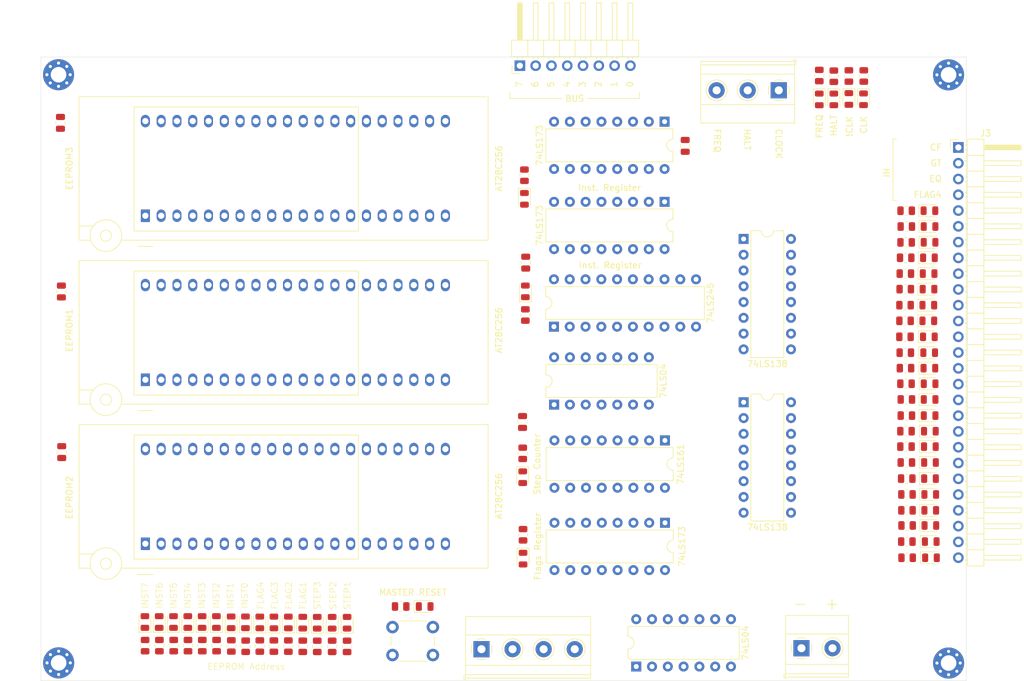
<source format=kicad_pcb>
(kicad_pcb (version 20171130) (host pcbnew "(5.1.10-1-10_14)")
  (layers (0 F.Cu signal) (1 In1.Cu signal) (2 In2.Cu signal) (31 B.Cu signal hide) (34 B.Paste user) (35 F.Paste user) (36 B.SilkS user) (37 F.SilkS user) (38 B.Mask user) (39 F.Mask user) (44 Edge.Cuts user))
  (net 0 "")
  (net 1 GND)
  (net 2 VCC)
  (net 3 FLAG4)
  (net 4 "Net-(U1-Pad15)")
  (net 5 "Net-(U1-Pad6)")
  (net 6 "Net-(U1-Pad5)")
  (net 7 "Net-(U1-Pad4)")
  (net 8 "Net-(U1-Pad11)")
  (net 9 "Net-(U1-Pad3)")
  (net 10 CLOCK)
  (net 11 STEP_RESET)
  (net 12 CF)
  (net 13 GT)
  (net 14 EQ)
  (net 15 INSTRUCTION_REG_OUT)
  (net 16 INSTRUCTION_REG_IN)
  (net 17 FLAG_IN)
  (net 18 PROGRAM_COUNTER_ENABLE)
  (net 19 PROGRAM_COUNTER_OUT)
  (net 20 ALU_S0)
  (net 21 ALU_S1)
  (net 22 ALU_S3)
  (net 23 ALU_S2)
  (net 24 ALU_MODE)
  (net 25 ALU_OUT)
  (net 26 TONE_OCTAVE_2)
  (net 27 TONE_OCTAVE_1)
  (net 28 TONE_REGISTER_IN)
  (net 29 RAM_WRITE)
  (net 30 RAM_OUT)
  (net 31 RAM_IN)
  (net 32 MAR1_IN)
  (net 33 MAR2_IN)
  (net 34 OUTPUT_REGISTER_IN)
  (net 35 SCRATCH_REGISTER_OUT)
  (net 36 SCRATCH_REGISTER_IN)
  (net 37 B_REGISTER_IN)
  (net 38 A_REGISTER_OUT)
  (net 39 A_REGISTER_IN)
  (net 40 INST0)
  (net 41 "Net-(D1-Pad1)")
  (net 42 INST1)
  (net 43 "Net-(D2-Pad1)")
  (net 44 INST2)
  (net 45 INST3)
  (net 46 INST4)
  (net 47 INST5)
  (net 48 INST6)
  (net 49 INST7)
  (net 50 MASTER_RESET)
  (net 51 HALT)
  (net 52 STEP1)
  (net 53 STEP2)
  (net 54 STEP3)
  (net 55 FLAG1)
  (net 56 FLAG2)
  (net 57 FLAG3)
  (net 58 BUS_00)
  (net 59 BUS_01)
  (net 60 BUS_02)
  (net 61 BUS_03)
  (net 62 BUS_04)
  (net 63 BUS_05)
  (net 64 BUS_06)
  (net 65 BUS_07)
  (net 66 JUMP)
  (net 67 SET_CLOCK_FREQ)
  (net 68 CLOCK_IN)
  (net 69 "Net-(U6-Pad7)")
  (net 70 "Net-(U6-Pad9)")
  (net 71 "Net-(D3-Pad1)")
  (net 72 "Net-(D4-Pad1)")
  (net 73 "Net-(D5-Pad1)")
  (net 74 "Net-(D6-Pad1)")
  (net 75 "Net-(D7-Pad1)")
  (net 76 "Net-(D8-Pad1)")
  (net 77 "Net-(D9-Pad1)")
  (net 78 "Net-(D10-Pad1)")
  (net 79 "Net-(D11-Pad1)")
  (net 80 "Net-(D12-Pad1)")
  (net 81 "Net-(D13-Pad1)")
  (net 82 "Net-(D14-Pad1)")
  (net 83 "Net-(D15-Pad1)")
  (net 84 "Net-(D16-Pad1)")
  (net 85 "Net-(D17-Pad1)")
  (net 86 "Net-(D18-Pad1)")
  (net 87 "Net-(D19-Pad1)")
  (net 88 "Net-(D20-Pad1)")
  (net 89 "Net-(D21-Pad1)")
  (net 90 "Net-(D22-Pad1)")
  (net 91 "Net-(D23-Pad1)")
  (net 92 "Net-(D24-Pad1)")
  (net 93 "Net-(D25-Pad1)")
  (net 94 "Net-(D26-Pad1)")
  (net 95 "Net-(D27-Pad1)")
  (net 96 "Net-(D28-Pad1)")
  (net 97 "Net-(D29-Pad1)")
  (net 98 "Net-(D30-Pad1)")
  (net 99 "Net-(D33-Pad1)")
  (net 100 "Net-(D34-Pad1)")
  (net 101 "Net-(D35-Pad1)")
  (net 102 "Net-(D36-Pad1)")
  (net 103 "Net-(D37-Pad1)")
  (net 104 "Net-(D38-Pad1)")
  (net 105 "Net-(D39-Pad1)")
  (net 106 "Net-(D40-Pad1)")
  (net 107 "Net-(D41-Pad1)")
  (net 108 "Net-(D42-Pad1)")
  (net 109 "Net-(D43-Pad1)")
  (net 110 "Net-(D44-Pad1)")
  (net 111 "Net-(D45-Pad1)")
  (net 112 "Net-(D46-Pad1)")
  (net 113 "Net-(D47-Pad1)")
  (net 114 "Net-(D48-Pad1)")
  (net 115 "Net-(D49-Pad1)")
  (net 116 /E1_IO3)
  (net 117 /E1_IO4)
  (net 118 /E1_IO2)
  (net 119 /E1_IO5)
  (net 120 /E1_IO1)
  (net 121 /E1_IO6)
  (net 122 /E1_IO0)
  (net 123 /E1_IO7)
  (net 124 /E3_IO3)
  (net 125 /E3_IO4)
  (net 126 /E3_IO2)
  (net 127 /E3_IO5)
  (net 128 /E3_IO1)
  (net 129 /E3_IO0)
  (net 130 FLAG4_IN)
  (net 131 "Net-(J4-Pad3)")
  (module Connector_PinHeader_2.54mm:PinHeader_1x27_P2.54mm_Horizontal (layer F.Cu) (at 168.8404 181.7626)
    (fp_text reference J3 (at 4.385 -2.27) (layer F.SilkS))
    (fp_text value Conn_01x27)
    (pad 27 thru_hole oval (at 0 66.04) (size 1.7 1.7) (drill 1) (layers *.Cu *.Mask) (net 66 JUMP))
    (pad 26 thru_hole oval (at 0 63.5) (size 1.7 1.7) (drill 1) (layers *.Cu *.Mask) (net 29 RAM_WRITE))
    (pad 25 thru_hole oval (at 0 60.96) (size 1.7 1.7) (drill 1) (layers *.Cu *.Mask) (net 26 TONE_OCTAVE_2))
    (pad 24 thru_hole oval (at 0 58.42) (size 1.7 1.7) (drill 1) (layers *.Cu *.Mask) (net 27 TONE_OCTAVE_1))
    (pad 23 thru_hole oval (at 0 55.88) (size 1.7 1.7) (drill 1) (layers *.Cu *.Mask) (net 20 ALU_S0))
    (pad 22 thru_hole oval (at 0 53.34) (size 1.7 1.7) (drill 1) (layers *.Cu *.Mask) (net 21 ALU_S1))
    (pad 21 thru_hole oval (at 0 50.8) (size 1.7 1.7) (drill 1) (layers *.Cu *.Mask) (net 23 ALU_S2))
    (pad 20 thru_hole oval (at 0 48.26) (size 1.7 1.7) (drill 1) (layers *.Cu *.Mask) (net 22 ALU_S3))
    (pad 19 thru_hole oval (at 0 45.72) (size 1.7 1.7) (drill 1) (layers *.Cu *.Mask) (net 24 ALU_MODE))
    (pad 18 thru_hole oval (at 0 43.18) (size 1.7 1.7) (drill 1) (layers *.Cu *.Mask) (net 38 A_REGISTER_OUT))
    (pad 17 thru_hole oval (at 0 40.64) (size 1.7 1.7) (drill 1) (layers *.Cu *.Mask) (net 35 SCRATCH_REGISTER_OUT))
    (pad 16 thru_hole oval (at 0 38.1) (size 1.7 1.7) (drill 1) (layers *.Cu *.Mask) (net 30 RAM_OUT))
    (pad 15 thru_hole oval (at 0 35.56) (size 1.7 1.7) (drill 1) (layers *.Cu *.Mask) (net 19 PROGRAM_COUNTER_OUT))
    (pad 14 thru_hole oval (at 0 33.02) (size 1.7 1.7) (drill 1) (layers *.Cu *.Mask) (net 25 ALU_OUT))
    (pad 13 thru_hole oval (at 0 30.48) (size 1.7 1.7) (drill 1) (layers *.Cu *.Mask) (net 18 PROGRAM_COUNTER_ENABLE))
    (pad 12 thru_hole oval (at 0 27.94) (size 1.7 1.7) (drill 1) (layers *.Cu *.Mask) (net 39 A_REGISTER_IN))
    (pad 11 thru_hole oval (at 0 25.4) (size 1.7 1.7) (drill 1) (layers *.Cu *.Mask) (net 37 B_REGISTER_IN))
    (pad 10 thru_hole oval (at 0 22.86) (size 1.7 1.7) (drill 1) (layers *.Cu *.Mask) (net 36 SCRATCH_REGISTER_IN))
    (pad 9 thru_hole oval (at 0 20.32) (size 1.7 1.7) (drill 1) (layers *.Cu *.Mask) (net 32 MAR1_IN))
    (pad 8 thru_hole oval (at 0 17.78) (size 1.7 1.7) (drill 1) (layers *.Cu *.Mask) (net 33 MAR2_IN))
    (pad 7 thru_hole oval (at 0 15.24) (size 1.7 1.7) (drill 1) (layers *.Cu *.Mask) (net 31 RAM_IN))
    (pad 6 thru_hole oval (at 0 12.7) (size 1.7 1.7) (drill 1) (layers *.Cu *.Mask) (net 34 OUTPUT_REGISTER_IN))
    (pad 5 thru_hole oval (at 0 10.16) (size 1.7 1.7) (drill 1) (layers *.Cu *.Mask) (net 28 TONE_REGISTER_IN))
    (pad 4 thru_hole oval (at 0 7.62) (size 1.7 1.7) (drill 1) (layers *.Cu *.Mask) (net 130 FLAG4_IN))
    (pad 3 thru_hole oval (at 0 5.08) (size 1.7 1.7) (drill 1) (layers *.Cu *.Mask) (net 14 EQ))
    (pad 2 thru_hole oval (at 0 2.54) (size 1.7 1.7) (drill 1) (layers *.Cu *.Mask) (net 13 GT))
    (pad 1 thru_hole rect (at 0 0) (size 1.7 1.7) (drill 1) (layers *.Cu *.Mask) (net 12 CF))
  )
  (module TerminalBlock_Phoenix:TerminalBlock_Phoenix_MKDS-1,5-4_1x04_P5.00mm_Horizontal (layer F.Cu) (at 92.1324 262.5346)
    (fp_text reference J4 hide)
    (fp_text value Screw_Terminal_01x04 hide)
    (pad 4 thru_hole circle (at 15 0) (size 2.6 2.6) (drill 1.3) (layers *.Cu *.Mask) (net 131 "Net-(J4-Pad3)"))
    (pad 3 thru_hole circle (at 10 0) (size 2.6 2.6) (drill 1.3) (layers *.Cu *.Mask) (net 131 "Net-(J4-Pad3)"))
    (pad 2 thru_hole circle (at 5 0) (size 2.6 2.6) (drill 1.3) (layers *.Cu *.Mask) (net 50 MASTER_RESET))
    (pad 1 thru_hole rect (at 0 0) (size 2.6 2.6) (drill 1.3) (layers *.Cu *.Mask) (net 50 MASTER_RESET))
  )
  (module Package_DIP:DIP-14_W7.62mm (layer F.Cu) (at 103.8164 223.1646 90)
    (fp_text reference U10 hide)
    (fp_text value 74LS04 (at 3.81 17.57 90) (layer F.SilkS))
    (pad 14 thru_hole oval (at 7.62 0 90) (size 1.6 1.6) (drill 0.8) (layers *.Cu *.Mask) (net 2 VCC))
    (pad 7 thru_hole oval (at 0 15.24 90) (size 1.6 1.6) (drill 0.8) (layers *.Cu *.Mask) (net 1 GND))
    (pad 13 thru_hole oval (at 7.62 2.54 90) (size 1.6 1.6) (drill 0.8) (layers *.Cu *.Mask) (net 129 /E3_IO0))
    (pad 6 thru_hole oval (at 0 12.7 90) (size 1.6 1.6) (drill 0.8) (layers *.Cu *.Mask) (net 11 STEP_RESET))
    (pad 12 thru_hole oval (at 7.62 5.08 90) (size 1.6 1.6) (drill 0.8) (layers *.Cu *.Mask) (net 66 JUMP))
    (pad 5 thru_hole oval (at 0 10.16 90) (size 1.6 1.6) (drill 0.8) (layers *.Cu *.Mask) (net 124 /E3_IO3))
    (pad 11 thru_hole oval (at 7.62 7.62 90) (size 1.6 1.6) (drill 0.8) (layers *.Cu *.Mask) (net 128 /E3_IO1))
    (pad 4 thru_hole oval (at 0 7.62 90) (size 1.6 1.6) (drill 0.8) (layers *.Cu *.Mask) (net 16 INSTRUCTION_REG_IN))
    (pad 10 thru_hole oval (at 7.62 10.16 90) (size 1.6 1.6) (drill 0.8) (layers *.Cu *.Mask) (net 67 SET_CLOCK_FREQ))
    (pad 3 thru_hole oval (at 0 5.08 90) (size 1.6 1.6) (drill 0.8) (layers *.Cu *.Mask) (net 125 /E3_IO4))
    (pad 9 thru_hole oval (at 7.62 12.7 90) (size 1.6 1.6) (drill 0.8) (layers *.Cu *.Mask) (net 126 /E3_IO2))
    (pad 2 thru_hole oval (at 0 2.54 90) (size 1.6 1.6) (drill 0.8) (layers *.Cu *.Mask) (net 51 HALT))
    (pad 8 thru_hole oval (at 7.62 15.24 90) (size 1.6 1.6) (drill 0.8) (layers *.Cu *.Mask) (net 17 FLAG_IN))
    (pad 1 thru_hole rect (at 0 0 90) (size 1.6 1.6) (drill 0.8) (layers *.Cu *.Mask) (net 127 /E3_IO5))
  )
  (module Resistor_SMD:R_0805_2012Metric (layer F.Cu) (at 38.0204 261.9586 270)
    (fp_text reference R49 hide)
    (fp_text value R_Small_US hide)
    (pad 2 smd roundrect (at 0.9125 0 270) (size 1.025 1.4) (layers F.Cu F.Paste F.Mask) (roundrect_rratio 0.243902) (net 1 GND))
    (pad 1 smd roundrect (at -0.9125 0 270) (size 1.025 1.4) (layers F.Cu F.Paste F.Mask) (roundrect_rratio 0.243902) (net 115 "Net-(D49-Pad1)"))
  )
  (module Resistor_SMD:R_0805_2012Metric (layer F.Cu) (at 40.3204 261.9586 270)
    (fp_text reference R48 hide)
    (fp_text value R_Small_US hide)
    (pad 2 smd roundrect (at 0.9125 0 270) (size 1.025 1.4) (layers F.Cu F.Paste F.Mask) (roundrect_rratio 0.243902) (net 1 GND))
    (pad 1 smd roundrect (at -0.9125 0 270) (size 1.025 1.4) (layers F.Cu F.Paste F.Mask) (roundrect_rratio 0.243902) (net 114 "Net-(D48-Pad1)"))
  )
  (module Resistor_SMD:R_0805_2012Metric (layer F.Cu) (at 42.6204 261.9586 270)
    (fp_text reference R47 hide)
    (fp_text value R_Small_US hide)
    (pad 2 smd roundrect (at 0.9125 0 270) (size 1.025 1.4) (layers F.Cu F.Paste F.Mask) (roundrect_rratio 0.243902) (net 1 GND))
    (pad 1 smd roundrect (at -0.9125 0 270) (size 1.025 1.4) (layers F.Cu F.Paste F.Mask) (roundrect_rratio 0.243902) (net 113 "Net-(D47-Pad1)"))
  )
  (module Resistor_SMD:R_0805_2012Metric (layer F.Cu) (at 44.9204 261.9586 270)
    (fp_text reference R46 hide)
    (fp_text value R_Small_US hide)
    (pad 2 smd roundrect (at 0.9125 0 270) (size 1.025 1.4) (layers F.Cu F.Paste F.Mask) (roundrect_rratio 0.243902) (net 1 GND))
    (pad 1 smd roundrect (at -0.9125 0 270) (size 1.025 1.4) (layers F.Cu F.Paste F.Mask) (roundrect_rratio 0.243902) (net 112 "Net-(D46-Pad1)"))
  )
  (module Resistor_SMD:R_0805_2012Metric (layer F.Cu) (at 47.2204 261.9586 270)
    (fp_text reference R45 hide)
    (fp_text value R_Small_US hide)
    (pad 2 smd roundrect (at 0.9125 0 270) (size 1.025 1.4) (layers F.Cu F.Paste F.Mask) (roundrect_rratio 0.243902) (net 1 GND))
    (pad 1 smd roundrect (at -0.9125 0 270) (size 1.025 1.4) (layers F.Cu F.Paste F.Mask) (roundrect_rratio 0.243902) (net 111 "Net-(D45-Pad1)"))
  )
  (module Resistor_SMD:R_0805_2012Metric (layer F.Cu) (at 49.5204 261.9586 270)
    (fp_text reference R44 hide)
    (fp_text value R_Small_US hide)
    (pad 2 smd roundrect (at 0.9125 0 270) (size 1.025 1.4) (layers F.Cu F.Paste F.Mask) (roundrect_rratio 0.243902) (net 1 GND))
    (pad 1 smd roundrect (at -0.9125 0 270) (size 1.025 1.4) (layers F.Cu F.Paste F.Mask) (roundrect_rratio 0.243902) (net 110 "Net-(D44-Pad1)"))
  )
  (module Resistor_SMD:R_0805_2012Metric (layer F.Cu) (at 51.8954 262.0086 270)
    (fp_text reference R43 hide)
    (fp_text value R_Small_US hide)
    (pad 2 smd roundrect (at 0.9125 0 270) (size 1.025 1.4) (layers F.Cu F.Paste F.Mask) (roundrect_rratio 0.243902) (net 1 GND))
    (pad 1 smd roundrect (at -0.9125 0 270) (size 1.025 1.4) (layers F.Cu F.Paste F.Mask) (roundrect_rratio 0.243902) (net 109 "Net-(D43-Pad1)"))
  )
  (module Resistor_SMD:R_0805_2012Metric (layer F.Cu) (at 54.1954 262.0586 270)
    (fp_text reference R42 hide)
    (fp_text value R_Small_US hide)
    (pad 2 smd roundrect (at 0.9125 0 270) (size 1.025 1.4) (layers F.Cu F.Paste F.Mask) (roundrect_rratio 0.243902) (net 1 GND))
    (pad 1 smd roundrect (at -0.9125 0 270) (size 1.025 1.4) (layers F.Cu F.Paste F.Mask) (roundrect_rratio 0.243902) (net 108 "Net-(D42-Pad1)"))
  )
  (module LED_SMD:LED_0805_2012Metric (layer F.Cu) (at 37.9904 258.1586 90)
    (fp_text reference D49 hide)
    (fp_text value LED hide)
    (pad 2 smd roundrect (at 0.9375 0 90) (size 0.975 1.4) (layers F.Cu F.Paste F.Mask) (net 49 INST7))
    (pad 1 smd roundrect (at -0.9375 0 90) (size 0.975 1.4) (layers F.Cu F.Paste F.Mask) (net 115 "Net-(D49-Pad1)"))
  )
  (module LED_SMD:LED_0805_2012Metric (layer F.Cu) (at 40.2904 258.1586 90)
    (fp_text reference D48 hide)
    (fp_text value LED hide)
    (pad 2 smd roundrect (at 0.9375 0 90) (size 0.975 1.4) (layers F.Cu F.Paste F.Mask) (net 48 INST6))
    (pad 1 smd roundrect (at -0.9375 0 90) (size 0.975 1.4) (layers F.Cu F.Paste F.Mask) (net 114 "Net-(D48-Pad1)"))
  )
  (module LED_SMD:LED_0805_2012Metric (layer F.Cu) (at 42.5904 258.1586 90)
    (fp_text reference D47 hide)
    (fp_text value LED hide)
    (pad 2 smd roundrect (at 0.9375 0 90) (size 0.975 1.4) (layers F.Cu F.Paste F.Mask) (net 47 INST5))
    (pad 1 smd roundrect (at -0.9375 0 90) (size 0.975 1.4) (layers F.Cu F.Paste F.Mask) (net 113 "Net-(D47-Pad1)"))
  )
  (module LED_SMD:LED_0805_2012Metric (layer F.Cu) (at 44.8904 258.1586 90)
    (fp_text reference D46 hide)
    (fp_text value LED hide)
    (pad 2 smd roundrect (at 0.9375 0 90) (size 0.975 1.4) (layers F.Cu F.Paste F.Mask) (net 46 INST4))
    (pad 1 smd roundrect (at -0.9375 0 90) (size 0.975 1.4) (layers F.Cu F.Paste F.Mask) (net 112 "Net-(D46-Pad1)"))
  )
  (module LED_SMD:LED_0805_2012Metric (layer F.Cu) (at 47.1904 258.1586 90)
    (fp_text reference D45 hide)
    (fp_text value LED hide)
    (pad 2 smd roundrect (at 0.9375 0 90) (size 0.975 1.4) (layers F.Cu F.Paste F.Mask) (net 45 INST3))
    (pad 1 smd roundrect (at -0.9375 0 90) (size 0.975 1.4) (layers F.Cu F.Paste F.Mask) (net 111 "Net-(D45-Pad1)"))
  )
  (module LED_SMD:LED_0805_2012Metric (layer F.Cu) (at 49.4904 258.1586 90)
    (fp_text reference D44 hide)
    (fp_text value LED hide)
    (pad 2 smd roundrect (at 0.9375 0 90) (size 0.975 1.4) (layers F.Cu F.Paste F.Mask) (net 44 INST2))
    (pad 1 smd roundrect (at -0.9375 0 90) (size 0.975 1.4) (layers F.Cu F.Paste F.Mask) (net 110 "Net-(D44-Pad1)"))
  )
  (module LED_SMD:LED_0805_2012Metric (layer F.Cu) (at 51.8654 258.2086 90)
    (fp_text reference D43 hide)
    (fp_text value LED hide)
    (pad 2 smd roundrect (at 0.9375 0 90) (size 0.975 1.4) (layers F.Cu F.Paste F.Mask) (net 42 INST1))
    (pad 1 smd roundrect (at -0.9375 0 90) (size 0.975 1.4) (layers F.Cu F.Paste F.Mask) (net 109 "Net-(D43-Pad1)"))
  )
  (module LED_SMD:LED_0805_2012Metric (layer F.Cu) (at 54.1654 258.2086 90)
    (fp_text reference D42 hide)
    (fp_text value LED hide)
    (pad 2 smd roundrect (at 0.9375 0 90) (size 0.975 1.4) (layers F.Cu F.Paste F.Mask) (net 40 INST0))
    (pad 1 smd roundrect (at -0.9375 0 90) (size 0.975 1.4) (layers F.Cu F.Paste F.Mask) (net 108 "Net-(D42-Pad1)"))
  )
  (module Resistor_SMD:R_0805_2012Metric (layer F.Cu) (at 56.4744 262.0246 270)
    (fp_text reference R41 hide)
    (fp_text value R_Small_US hide)
    (pad 2 smd roundrect (at 0.9125 0 270) (size 1.025 1.4) (layers F.Cu F.Paste F.Mask) (roundrect_rratio 0.243902) (net 1 GND))
    (pad 1 smd roundrect (at -0.9125 0 270) (size 1.025 1.4) (layers F.Cu F.Paste F.Mask) (roundrect_rratio 0.243902) (net 107 "Net-(D41-Pad1)"))
  )
  (module Resistor_SMD:R_0805_2012Metric (layer F.Cu) (at 58.7344 262.0346 270)
    (fp_text reference R40 hide)
    (fp_text value R_Small_US hide)
    (pad 2 smd roundrect (at 0.9125 0 270) (size 1.025 1.4) (layers F.Cu F.Paste F.Mask) (roundrect_rratio 0.243902) (net 1 GND))
    (pad 1 smd roundrect (at -0.9125 0 270) (size 1.025 1.4) (layers F.Cu F.Paste F.Mask) (roundrect_rratio 0.243902) (net 106 "Net-(D40-Pad1)"))
  )
  (module Resistor_SMD:R_0805_2012Metric (layer F.Cu) (at 61.0644 262.0346 270)
    (fp_text reference R39 hide)
    (fp_text value R_Small_US hide)
    (pad 2 smd roundrect (at 0.9125 0 270) (size 1.025 1.4) (layers F.Cu F.Paste F.Mask) (roundrect_rratio 0.243902) (net 1 GND))
    (pad 1 smd roundrect (at -0.9125 0 270) (size 1.025 1.4) (layers F.Cu F.Paste F.Mask) (roundrect_rratio 0.243902) (net 105 "Net-(D39-Pad1)"))
  )
  (module Resistor_SMD:R_0805_2012Metric (layer F.Cu) (at 63.3844 262.0646 270)
    (fp_text reference R38 hide)
    (fp_text value R_Small_US hide)
    (pad 2 smd roundrect (at 0.9125 0 270) (size 1.025 1.4) (layers F.Cu F.Paste F.Mask) (roundrect_rratio 0.243902) (net 1 GND))
    (pad 1 smd roundrect (at -0.9125 0 270) (size 1.025 1.4) (layers F.Cu F.Paste F.Mask) (roundrect_rratio 0.243902) (net 104 "Net-(D38-Pad1)"))
  )
  (module Resistor_SMD:R_0805_2012Metric (layer F.Cu) (at 65.7104 262.0766 270)
    (fp_text reference R37 hide)
    (fp_text value R_Small_US hide)
    (pad 2 smd roundrect (at 0.9125 0 270) (size 1.025 1.4) (layers F.Cu F.Paste F.Mask) (roundrect_rratio 0.243902) (net 1 GND))
    (pad 1 smd roundrect (at -0.9125 0 270) (size 1.025 1.4) (layers F.Cu F.Paste F.Mask) (roundrect_rratio 0.243902) (net 103 "Net-(D37-Pad1)"))
  )
  (module Resistor_SMD:R_0805_2012Metric (layer F.Cu) (at 68.1104 262.0766 270)
    (fp_text reference R36 hide)
    (fp_text value R_Small_US hide)
    (pad 2 smd roundrect (at 0.9125 0 270) (size 1.025 1.4) (layers F.Cu F.Paste F.Mask) (roundrect_rratio 0.243902) (net 1 GND))
    (pad 1 smd roundrect (at -0.9125 0 270) (size 1.025 1.4) (layers F.Cu F.Paste F.Mask) (roundrect_rratio 0.243902) (net 102 "Net-(D36-Pad1)"))
  )
  (module Resistor_SMD:R_0805_2012Metric (layer F.Cu) (at 70.5104 262.0766 270)
    (fp_text reference R35 hide)
    (fp_text value R_Small_US hide)
    (pad 2 smd roundrect (at 0.9125 0 270) (size 1.025 1.4) (layers F.Cu F.Paste F.Mask) (roundrect_rratio 0.243902) (net 1 GND))
    (pad 1 smd roundrect (at -0.9125 0 270) (size 1.025 1.4) (layers F.Cu F.Paste F.Mask) (roundrect_rratio 0.243902) (net 101 "Net-(D35-Pad1)"))
  )
  (module Resistor_SMD:R_0805_2012Metric (layer F.Cu) (at 99.0384 186.2366 90)
    (fp_text reference R34 hide)
    (fp_text value R_Small_US hide)
    (pad 2 smd roundrect (at 0.9125 0 90) (size 1.025 1.4) (layers F.Cu F.Paste F.Mask) (roundrect_rratio 0.243902) (net 1 GND))
    (pad 1 smd roundrect (at -0.9125 0 90) (size 1.025 1.4) (layers F.Cu F.Paste F.Mask) (roundrect_rratio 0.243902) (net 100 "Net-(D34-Pad1)"))
  )
  (module Resistor_SMD:R_0805_2012Metric (layer F.Cu) (at 148.8084 170.2986 90)
    (fp_text reference R33 hide)
    (fp_text value R_Small_US hide)
    (pad 2 smd roundrect (at 0.9125 0 90) (size 1.025 1.4) (layers F.Cu F.Paste F.Mask) (roundrect_rratio 0.243902) (net 1 GND))
    (pad 1 smd roundrect (at -0.9125 0 90) (size 1.025 1.4) (layers F.Cu F.Paste F.Mask) (roundrect_rratio 0.243902) (net 99 "Net-(D33-Pad1)"))
  )
  (module LED_SMD:LED_0805_2012Metric (layer F.Cu) (at 56.4744 258.2246 90)
    (fp_text reference D41 hide)
    (fp_text value LED hide)
    (pad 2 smd roundrect (at 0.9375 0 90) (size 0.975 1.4) (layers F.Cu F.Paste F.Mask) (net 3 FLAG4))
    (pad 1 smd roundrect (at -0.9375 0 90) (size 0.975 1.4) (layers F.Cu F.Paste F.Mask) (net 107 "Net-(D41-Pad1)"))
  )
  (module LED_SMD:LED_0805_2012Metric (layer F.Cu) (at 58.7444 258.2346 90)
    (fp_text reference D40 hide)
    (fp_text value LED hide)
    (pad 2 smd roundrect (at 0.9375 0 90) (size 0.975 1.4) (layers F.Cu F.Paste F.Mask) (net 57 FLAG3))
    (pad 1 smd roundrect (at -0.9375 0 90) (size 0.975 1.4) (layers F.Cu F.Paste F.Mask) (net 106 "Net-(D40-Pad1)"))
  )
  (module LED_SMD:LED_0805_2012Metric (layer F.Cu) (at 61.0644 258.2346 90)
    (fp_text reference D39 hide)
    (fp_text value LED hide)
    (pad 2 smd roundrect (at 0.9375 0 90) (size 0.975 1.4) (layers F.Cu F.Paste F.Mask) (net 56 FLAG2))
    (pad 1 smd roundrect (at -0.9375 0 90) (size 0.975 1.4) (layers F.Cu F.Paste F.Mask) (net 105 "Net-(D39-Pad1)"))
  )
  (module LED_SMD:LED_0805_2012Metric (layer F.Cu) (at 63.3844 258.2646 90)
    (fp_text reference D38 hide)
    (fp_text value LED hide)
    (pad 2 smd roundrect (at 0.9375 0 90) (size 0.975 1.4) (layers F.Cu F.Paste F.Mask) (net 55 FLAG1))
    (pad 1 smd roundrect (at -0.9375 0 90) (size 0.975 1.4) (layers F.Cu F.Paste F.Mask) (net 104 "Net-(D38-Pad1)"))
  )
  (module LED_SMD:LED_0805_2012Metric (layer F.Cu) (at 65.7104 258.2766 90)
    (fp_text reference D37 hide)
    (fp_text value LED hide)
    (pad 2 smd roundrect (at 0.9375 0 90) (size 0.975 1.4) (layers F.Cu F.Paste F.Mask) (net 54 STEP3))
    (pad 1 smd roundrect (at -0.9375 0 90) (size 0.975 1.4) (layers F.Cu F.Paste F.Mask) (net 103 "Net-(D37-Pad1)"))
  )
  (module LED_SMD:LED_0805_2012Metric (layer F.Cu) (at 68.1104 258.2766 90)
    (fp_text reference D36 hide)
    (fp_text value LED hide)
    (pad 2 smd roundrect (at 0.9375 0 90) (size 0.975 1.4) (layers F.Cu F.Paste F.Mask) (net 53 STEP2))
    (pad 1 smd roundrect (at -0.9375 0 90) (size 0.975 1.4) (layers F.Cu F.Paste F.Mask) (net 102 "Net-(D36-Pad1)"))
  )
  (module LED_SMD:LED_0805_2012Metric (layer F.Cu) (at 70.5104 258.2766 90)
    (fp_text reference D35 hide)
    (fp_text value LED hide)
    (pad 2 smd roundrect (at 0.9375 0 90) (size 0.975 1.4) (layers F.Cu F.Paste F.Mask) (net 52 STEP1))
    (pad 1 smd roundrect (at -0.9375 0 90) (size 0.975 1.4) (layers F.Cu F.Paste F.Mask) (net 101 "Net-(D35-Pad1)"))
  )
  (module LED_SMD:LED_0805_2012Metric (layer F.Cu) (at 99.0384 190.0366 270)
    (fp_text reference D34 hide)
    (fp_text value LED hide)
    (pad 2 smd roundrect (at 0.9375 0 270) (size 0.975 1.4) (layers F.Cu F.Paste F.Mask) (net 16 INSTRUCTION_REG_IN))
    (pad 1 smd roundrect (at -0.9375 0 270) (size 0.975 1.4) (layers F.Cu F.Paste F.Mask) (net 100 "Net-(D34-Pad1)"))
  )
  (module LED_SMD:LED_0805_2012Metric (layer F.Cu) (at 148.8084 174.0266 270)
    (fp_text reference D33 hide)
    (fp_text value LED hide)
    (pad 2 smd roundrect (at 0.9375 0 270) (size 0.975 1.4) (layers F.Cu F.Paste F.Mask) (net 51 HALT))
    (pad 1 smd roundrect (at -0.9375 0 270) (size 0.975 1.4) (layers F.Cu F.Paste F.Mask) (net 99 "Net-(D33-Pad1)"))
  )
  (module Resistor_SMD:R_0805_2012Metric (layer F.Cu) (at 160.3064 214.8046 180)
    (fp_text reference R30 hide)
    (fp_text value R_Small_US hide)
    (pad 2 smd roundrect (at 0.9125 0 180) (size 1.025 1.4) (layers F.Cu F.Paste F.Mask) (roundrect_rratio 0.243902) (net 1 GND))
    (pad 1 smd roundrect (at -0.9125 0 180) (size 1.025 1.4) (layers F.Cu F.Paste F.Mask) (roundrect_rratio 0.243902) (net 98 "Net-(D30-Pad1)"))
  )
  (module Resistor_SMD:R_0805_2012Metric (layer F.Cu) (at 160.3364 217.2946 180)
    (fp_text reference R29 hide)
    (fp_text value R_Small_US hide)
    (pad 2 smd roundrect (at 0.9125 0 180) (size 1.025 1.4) (layers F.Cu F.Paste F.Mask) (roundrect_rratio 0.243902) (net 1 GND))
    (pad 1 smd roundrect (at -0.9125 0 180) (size 1.025 1.4) (layers F.Cu F.Paste F.Mask) (roundrect_rratio 0.243902) (net 97 "Net-(D29-Pad1)"))
  )
  (module Resistor_SMD:R_0805_2012Metric (layer F.Cu) (at 99.1904 208.7366 270)
    (fp_text reference R28 hide)
    (fp_text value R_Small_US hide)
    (pad 2 smd roundrect (at 0.9125 0 270) (size 1.025 1.4) (layers F.Cu F.Paste F.Mask) (roundrect_rratio 0.243902) (net 1 GND))
    (pad 1 smd roundrect (at -0.9125 0 270) (size 1.025 1.4) (layers F.Cu F.Paste F.Mask) (roundrect_rratio 0.243902) (net 96 "Net-(D28-Pad1)"))
  )
  (module Resistor_SMD:R_0805_2012Metric (layer F.Cu) (at 160.4164 219.8006 180)
    (fp_text reference R27 hide)
    (fp_text value R_Small_US hide)
    (pad 2 smd roundrect (at 0.9125 0 180) (size 1.025 1.4) (layers F.Cu F.Paste F.Mask) (roundrect_rratio 0.243902) (net 1 GND))
    (pad 1 smd roundrect (at -0.9125 0 180) (size 1.025 1.4) (layers F.Cu F.Paste F.Mask) (roundrect_rratio 0.243902) (net 95 "Net-(D27-Pad1)"))
  )
  (module Resistor_SMD:R_0805_2012Metric (layer F.Cu) (at 160.4764 222.3346 180)
    (fp_text reference R26 hide)
    (fp_text value R_Small_US hide)
    (pad 2 smd roundrect (at 0.9125 0 180) (size 1.025 1.4) (layers F.Cu F.Paste F.Mask) (roundrect_rratio 0.243902) (net 1 GND))
    (pad 1 smd roundrect (at -0.9125 0 180) (size 1.025 1.4) (layers F.Cu F.Paste F.Mask) (roundrect_rratio 0.243902) (net 94 "Net-(D26-Pad1)"))
  )
  (module LED_SMD:LED_0805_2012Metric (layer F.Cu) (at 164.1464 214.8046)
    (fp_text reference D30 hide)
    (fp_text value LED hide)
    (pad 2 smd roundrect (at 0.9375 0) (size 0.975 1.4) (layers F.Cu F.Paste F.Mask) (net 25 ALU_OUT))
    (pad 1 smd roundrect (at -0.9375 0) (size 0.975 1.4) (layers F.Cu F.Paste F.Mask) (net 98 "Net-(D30-Pad1)"))
  )
  (module LED_SMD:LED_0805_2012Metric (layer F.Cu) (at 164.1789 217.2946)
    (fp_text reference D29 hide)
    (fp_text value LED hide)
    (pad 2 smd roundrect (at 0.9375 0) (size 0.975 1.4) (layers F.Cu F.Paste F.Mask) (net 19 PROGRAM_COUNTER_OUT))
    (pad 1 smd roundrect (at -0.9375 0) (size 0.975 1.4) (layers F.Cu F.Paste F.Mask) (net 97 "Net-(D29-Pad1)"))
  )
  (module LED_SMD:LED_0805_2012Metric (layer F.Cu) (at 99.1904 204.9366 90)
    (fp_text reference D28 hide)
    (fp_text value LED hide)
    (pad 2 smd roundrect (at 0.9375 0 90) (size 0.975 1.4) (layers F.Cu F.Paste F.Mask) (net 15 INSTRUCTION_REG_OUT))
    (pad 1 smd roundrect (at -0.9375 0 90) (size 0.975 1.4) (layers F.Cu F.Paste F.Mask) (net 96 "Net-(D28-Pad1)"))
  )
  (module LED_SMD:LED_0805_2012Metric (layer F.Cu) (at 164.2164 219.8006)
    (fp_text reference D27 hide)
    (fp_text value LED hide)
    (pad 2 smd roundrect (at 0.9375 0) (size 0.975 1.4) (layers F.Cu F.Paste F.Mask) (net 30 RAM_OUT))
    (pad 1 smd roundrect (at -0.9375 0) (size 0.975 1.4) (layers F.Cu F.Paste F.Mask) (net 95 "Net-(D27-Pad1)"))
  )
  (module LED_SMD:LED_0805_2012Metric (layer F.Cu) (at 164.2164 222.3346)
    (fp_text reference D26 hide)
    (fp_text value LED hide)
    (pad 2 smd roundrect (at 0.9375 0) (size 0.975 1.4) (layers F.Cu F.Paste F.Mask) (net 35 SCRATCH_REGISTER_OUT))
    (pad 1 smd roundrect (at -0.9375 0) (size 0.975 1.4) (layers F.Cu F.Paste F.Mask) (net 94 "Net-(D26-Pad1)"))
  )
  (module Resistor_SMD:R_0805_2012Metric (layer F.Cu) (at 160.4764 224.9346 180)
    (fp_text reference R25 hide)
    (fp_text value R_Small_US hide)
    (pad 2 smd roundrect (at 0.9125 0 180) (size 1.025 1.4) (layers F.Cu F.Paste F.Mask) (roundrect_rratio 0.243902) (net 1 GND))
    (pad 1 smd roundrect (at -0.9125 0 180) (size 1.025 1.4) (layers F.Cu F.Paste F.Mask) (roundrect_rratio 0.243902) (net 93 "Net-(D25-Pad1)"))
  )
  (module Resistor_SMD:R_0805_2012Metric (layer F.Cu) (at 160.2664 209.6746 180)
    (fp_text reference R24 hide)
    (fp_text value R_Small_US hide)
    (pad 2 smd roundrect (at 0.9125 0 180) (size 1.025 1.4) (layers F.Cu F.Paste F.Mask) (roundrect_rratio 0.243902) (net 1 GND))
    (pad 1 smd roundrect (at -0.9125 0 180) (size 1.025 1.4) (layers F.Cu F.Paste F.Mask) (roundrect_rratio 0.243902) (net 92 "Net-(D24-Pad1)"))
  )
  (module Resistor_SMD:R_0805_2012Metric (layer F.Cu) (at 160.2664 207.1546 180)
    (fp_text reference R23 hide)
    (fp_text value R_Small_US hide)
    (pad 2 smd roundrect (at 0.9125 0 180) (size 1.025 1.4) (layers F.Cu F.Paste F.Mask) (roundrect_rratio 0.243902) (net 1 GND))
    (pad 1 smd roundrect (at -0.9125 0 180) (size 1.025 1.4) (layers F.Cu F.Paste F.Mask) (roundrect_rratio 0.243902) (net 91 "Net-(D23-Pad1)"))
  )
  (module Resistor_SMD:R_0805_2012Metric (layer F.Cu) (at 160.2964 204.5746 180)
    (fp_text reference R22 hide)
    (fp_text value R_Small_US hide)
    (pad 2 smd roundrect (at 0.9125 0 180) (size 1.025 1.4) (layers F.Cu F.Paste F.Mask) (roundrect_rratio 0.243902) (net 1 GND))
    (pad 1 smd roundrect (at -0.9125 0 180) (size 1.025 1.4) (layers F.Cu F.Paste F.Mask) (roundrect_rratio 0.243902) (net 90 "Net-(D22-Pad1)"))
  )
  (module Resistor_SMD:R_0805_2012Metric (layer F.Cu) (at 160.4664 194.4946 180)
    (fp_text reference R21 hide)
    (fp_text value R_Small_US hide)
    (pad 2 smd roundrect (at 0.9125 0 180) (size 1.025 1.4) (layers F.Cu F.Paste F.Mask) (roundrect_rratio 0.243902) (net 1 GND))
    (pad 1 smd roundrect (at -0.9125 0 180) (size 1.025 1.4) (layers F.Cu F.Paste F.Mask) (roundrect_rratio 0.243902) (net 89 "Net-(D21-Pad1)"))
  )
  (module Resistor_SMD:R_0805_2012Metric (layer F.Cu) (at 160.3164 202.0746 180)
    (fp_text reference R20 hide)
    (fp_text value R_Small_US hide)
    (pad 2 smd roundrect (at 0.9125 0 180) (size 1.025 1.4) (layers F.Cu F.Paste F.Mask) (roundrect_rratio 0.243902) (net 1 GND))
    (pad 1 smd roundrect (at -0.9125 0 180) (size 1.025 1.4) (layers F.Cu F.Paste F.Mask) (roundrect_rratio 0.243902) (net 88 "Net-(D20-Pad1)"))
  )
  (module Resistor_SMD:R_0805_2012Metric (layer F.Cu) (at 160.3664 199.5246 180)
    (fp_text reference R19 hide)
    (fp_text value R_Small_US hide)
    (pad 2 smd roundrect (at 0.9125 0 180) (size 1.025 1.4) (layers F.Cu F.Paste F.Mask) (roundrect_rratio 0.243902) (net 1 GND))
    (pad 1 smd roundrect (at -0.9125 0 180) (size 1.025 1.4) (layers F.Cu F.Paste F.Mask) (roundrect_rratio 0.243902) (net 87 "Net-(D19-Pad1)"))
  )
  (module LED_SMD:LED_0805_2012Metric (layer F.Cu) (at 164.2164 224.9346)
    (fp_text reference D25 hide)
    (fp_text value LED hide)
    (pad 2 smd roundrect (at 0.9375 0) (size 0.975 1.4) (layers F.Cu F.Paste F.Mask) (net 38 A_REGISTER_OUT))
    (pad 1 smd roundrect (at -0.9375 0) (size 0.975 1.4) (layers F.Cu F.Paste F.Mask) (net 93 "Net-(D25-Pad1)"))
  )
  (module LED_SMD:LED_0805_2012Metric (layer F.Cu) (at 164.0064 209.6746)
    (fp_text reference D24 hide)
    (fp_text value LED hide)
    (pad 2 smd roundrect (at 0.9375 0) (size 0.975 1.4) (layers F.Cu F.Paste F.Mask) (net 39 A_REGISTER_IN))
    (pad 1 smd roundrect (at -0.9375 0) (size 0.975 1.4) (layers F.Cu F.Paste F.Mask) (net 92 "Net-(D24-Pad1)"))
  )
  (module LED_SMD:LED_0805_2012Metric (layer F.Cu) (at 164.0064 207.1546)
    (fp_text reference D23 hide)
    (fp_text value LED hide)
    (pad 2 smd roundrect (at 0.9375 0) (size 0.975 1.4) (layers F.Cu F.Paste F.Mask) (net 37 B_REGISTER_IN))
    (pad 1 smd roundrect (at -0.9375 0) (size 0.975 1.4) (layers F.Cu F.Paste F.Mask) (net 91 "Net-(D23-Pad1)"))
  )
  (module LED_SMD:LED_0805_2012Metric (layer F.Cu) (at 164.0364 204.5746)
    (fp_text reference D22 hide)
    (fp_text value LED hide)
    (pad 2 smd roundrect (at 0.9375 0) (size 0.975 1.4) (layers F.Cu F.Paste F.Mask) (net 36 SCRATCH_REGISTER_IN))
    (pad 1 smd roundrect (at -0.9375 0) (size 0.975 1.4) (layers F.Cu F.Paste F.Mask) (net 90 "Net-(D22-Pad1)"))
  )
  (module LED_SMD:LED_0805_2012Metric (layer F.Cu) (at 164.2064 194.4946)
    (fp_text reference D21 hide)
    (fp_text value LED hide)
    (pad 2 smd roundrect (at 0.9375 0) (size 0.975 1.4) (layers F.Cu F.Paste F.Mask) (net 34 OUTPUT_REGISTER_IN))
    (pad 1 smd roundrect (at -0.9375 0) (size 0.975 1.4) (layers F.Cu F.Paste F.Mask) (net 89 "Net-(D21-Pad1)"))
  )
  (module LED_SMD:LED_0805_2012Metric (layer F.Cu) (at 164.0564 202.0746)
    (fp_text reference D20 hide)
    (fp_text value LED hide)
    (pad 2 smd roundrect (at 0.9375 0) (size 0.975 1.4) (layers F.Cu F.Paste F.Mask) (net 32 MAR1_IN))
    (pad 1 smd roundrect (at -0.9375 0) (size 0.975 1.4) (layers F.Cu F.Paste F.Mask) (net 88 "Net-(D20-Pad1)"))
  )
  (module LED_SMD:LED_0805_2012Metric (layer F.Cu) (at 164.1064 199.5246)
    (fp_text reference D19 hide)
    (fp_text value LED hide)
    (pad 2 smd roundrect (at 0.9375 0) (size 0.975 1.4) (layers F.Cu F.Paste F.Mask) (net 33 MAR2_IN))
    (pad 1 smd roundrect (at -0.9375 0) (size 0.975 1.4) (layers F.Cu F.Paste F.Mask) (net 87 "Net-(D19-Pad1)"))
  )
  (module Resistor_SMD:R_0805_2012Metric (layer F.Cu) (at 160.4364 197.0496 180)
    (fp_text reference R18 hide)
    (fp_text value R_Small_US hide)
    (pad 2 smd roundrect (at 0.9125 0 180) (size 1.025 1.4) (layers F.Cu F.Paste F.Mask) (roundrect_rratio 0.243902) (net 1 GND))
    (pad 1 smd roundrect (at -0.9125 0 180) (size 1.025 1.4) (layers F.Cu F.Paste F.Mask) (roundrect_rratio 0.243902) (net 86 "Net-(D18-Pad1)"))
  )
  (module Resistor_SMD:R_0805_2012Metric (layer F.Cu) (at 160.4464 191.9546 180)
    (fp_text reference R17 hide)
    (fp_text value R_Small_US hide)
    (pad 2 smd roundrect (at 0.9125 0 180) (size 1.025 1.4) (layers F.Cu F.Paste F.Mask) (roundrect_rratio 0.243902) (net 1 GND))
    (pad 1 smd roundrect (at -0.9125 0 180) (size 1.025 1.4) (layers F.Cu F.Paste F.Mask) (roundrect_rratio 0.243902) (net 85 "Net-(D17-Pad1)"))
  )
  (module Resistor_SMD:R_0805_2012Metric (layer F.Cu) (at 160.5564 245.2146 180)
    (fp_text reference R16 hide)
    (fp_text value R_Small_US hide)
    (pad 2 smd roundrect (at 0.9125 0 180) (size 1.025 1.4) (layers F.Cu F.Paste F.Mask) (roundrect_rratio 0.243902) (net 1 GND))
    (pad 1 smd roundrect (at -0.9125 0 180) (size 1.025 1.4) (layers F.Cu F.Paste F.Mask) (roundrect_rratio 0.243902) (net 84 "Net-(D16-Pad1)"))
  )
  (module Resistor_SMD:R_0805_2012Metric (layer F.Cu) (at 160.5964 242.6246 180)
    (fp_text reference R15 hide)
    (fp_text value R_Small_US hide)
    (pad 2 smd roundrect (at 0.9125 0 180) (size 1.025 1.4) (layers F.Cu F.Paste F.Mask) (roundrect_rratio 0.243902) (net 1 GND))
    (pad 1 smd roundrect (at -0.9125 0 180) (size 1.025 1.4) (layers F.Cu F.Paste F.Mask) (roundrect_rratio 0.243902) (net 83 "Net-(D15-Pad1)"))
  )
  (module Resistor_SMD:R_0805_2012Metric (layer F.Cu) (at 160.5764 240.1846 180)
    (fp_text reference R14 hide)
    (fp_text value R_Small_US hide)
    (pad 2 smd roundrect (at 0.9125 0 180) (size 1.025 1.4) (layers F.Cu F.Paste F.Mask) (roundrect_rratio 0.243902) (net 1 GND))
    (pad 1 smd roundrect (at -0.9125 0 180) (size 1.025 1.4) (layers F.Cu F.Paste F.Mask) (roundrect_rratio 0.243902) (net 82 "Net-(D14-Pad1)"))
  )
  (module Resistor_SMD:R_0805_2012Metric (layer F.Cu) (at 160.5764 237.6246 180)
    (fp_text reference R13 hide)
    (fp_text value R_Small_US hide)
    (pad 2 smd roundrect (at 0.9125 0 180) (size 1.025 1.4) (layers F.Cu F.Paste F.Mask) (roundrect_rratio 0.243902) (net 1 GND))
    (pad 1 smd roundrect (at -0.9125 0 180) (size 1.025 1.4) (layers F.Cu F.Paste F.Mask) (roundrect_rratio 0.243902) (net 81 "Net-(D13-Pad1)"))
  )
  (module Resistor_SMD:R_0805_2012Metric (layer F.Cu) (at 160.5364 235.0746 180)
    (fp_text reference R12 hide)
    (fp_text value R_Small_US hide)
    (pad 2 smd roundrect (at 0.9125 0 180) (size 1.025 1.4) (layers F.Cu F.Paste F.Mask) (roundrect_rratio 0.243902) (net 1 GND))
    (pad 1 smd roundrect (at -0.9125 0 180) (size 1.025 1.4) (layers F.Cu F.Paste F.Mask) (roundrect_rratio 0.243902) (net 80 "Net-(D12-Pad1)"))
  )
  (module LED_SMD:LED_0805_2012Metric (layer F.Cu) (at 164.2064 197.0346)
    (fp_text reference D18 hide)
    (fp_text value LED hide)
    (pad 2 smd roundrect (at 0.9375 0) (size 0.975 1.4) (layers F.Cu F.Paste F.Mask) (net 31 RAM_IN))
    (pad 1 smd roundrect (at -0.9375 0) (size 0.975 1.4) (layers F.Cu F.Paste F.Mask) (net 86 "Net-(D18-Pad1)"))
  )
  (module LED_SMD:LED_0805_2012Metric (layer F.Cu) (at 164.1864 191.9446)
    (fp_text reference D17 hide)
    (fp_text value LED hide)
    (pad 2 smd roundrect (at 0.9375 0) (size 0.975 1.4) (layers F.Cu F.Paste F.Mask) (net 28 TONE_REGISTER_IN))
    (pad 1 smd roundrect (at -0.9375 0) (size 0.975 1.4) (layers F.Cu F.Paste F.Mask) (net 85 "Net-(D17-Pad1)"))
  )
  (module LED_SMD:LED_0805_2012Metric (layer F.Cu) (at 164.3964 245.2146)
    (fp_text reference D16 hide)
    (fp_text value LED hide)
    (pad 2 smd roundrect (at 0.9375 0) (size 0.975 1.4) (layers F.Cu F.Paste F.Mask) (net 29 RAM_WRITE))
    (pad 1 smd roundrect (at -0.9375 0) (size 0.975 1.4) (layers F.Cu F.Paste F.Mask) (net 84 "Net-(D16-Pad1)"))
  )
  (module LED_SMD:LED_0805_2012Metric (layer F.Cu) (at 164.3364 242.6246)
    (fp_text reference D15 hide)
    (fp_text value LED hide)
    (pad 2 smd roundrect (at 0.9375 0) (size 0.975 1.4) (layers F.Cu F.Paste F.Mask) (net 26 TONE_OCTAVE_2))
    (pad 1 smd roundrect (at -0.9375 0) (size 0.975 1.4) (layers F.Cu F.Paste F.Mask) (net 83 "Net-(D15-Pad1)"))
  )
  (module LED_SMD:LED_0805_2012Metric (layer F.Cu) (at 164.3164 240.1846)
    (fp_text reference D14 hide)
    (fp_text value LED hide)
    (pad 2 smd roundrect (at 0.9375 0) (size 0.975 1.4) (layers F.Cu F.Paste F.Mask) (net 27 TONE_OCTAVE_1))
    (pad 1 smd roundrect (at -0.9375 0) (size 0.975 1.4) (layers F.Cu F.Paste F.Mask) (net 82 "Net-(D14-Pad1)"))
  )
  (module LED_SMD:LED_0805_2012Metric (layer F.Cu) (at 164.3164 237.6246)
    (fp_text reference D13 hide)
    (fp_text value LED hide)
    (pad 2 smd roundrect (at 0.9375 0) (size 0.975 1.4) (layers F.Cu F.Paste F.Mask) (net 20 ALU_S0))
    (pad 1 smd roundrect (at -0.9375 0) (size 0.975 1.4) (layers F.Cu F.Paste F.Mask) (net 81 "Net-(D13-Pad1)"))
  )
  (module LED_SMD:LED_0805_2012Metric (layer F.Cu) (at 164.2764 235.0746)
    (fp_text reference D12 hide)
    (fp_text value LED hide)
    (pad 2 smd roundrect (at 0.9375 0) (size 0.975 1.4) (layers F.Cu F.Paste F.Mask) (net 21 ALU_S1))
    (pad 1 smd roundrect (at -0.9375 0) (size 0.975 1.4) (layers F.Cu F.Paste F.Mask) (net 80 "Net-(D12-Pad1)"))
  )
  (module Resistor_SMD:R_0805_2012Metric (layer F.Cu) (at 160.4764 232.4846 180)
    (fp_text reference R11 hide)
    (fp_text value R_Small_US hide)
    (pad 2 smd roundrect (at 0.9125 0 180) (size 1.025 1.4) (layers F.Cu F.Paste F.Mask) (roundrect_rratio 0.243902) (net 1 GND))
    (pad 1 smd roundrect (at -0.9125 0 180) (size 1.025 1.4) (layers F.Cu F.Paste F.Mask) (roundrect_rratio 0.243902) (net 79 "Net-(D11-Pad1)"))
  )
  (module Resistor_SMD:R_0805_2012Metric (layer F.Cu) (at 160.4164 229.9246 180)
    (fp_text reference R10 hide)
    (fp_text value R_Small_US hide)
    (pad 2 smd roundrect (at 0.9125 0 180) (size 1.025 1.4) (layers F.Cu F.Paste F.Mask) (roundrect_rratio 0.243902) (net 1 GND))
    (pad 1 smd roundrect (at -0.9125 0 180) (size 1.025 1.4) (layers F.Cu F.Paste F.Mask) (roundrect_rratio 0.243902) (net 78 "Net-(D10-Pad1)"))
  )
  (module Resistor_SMD:R_0805_2012Metric (layer F.Cu) (at 160.4164 227.4446 180)
    (fp_text reference R9 hide)
    (fp_text value R_Small_US hide)
    (pad 2 smd roundrect (at 0.9125 0 180) (size 1.025 1.4) (layers F.Cu F.Paste F.Mask) (roundrect_rratio 0.243902) (net 1 GND))
    (pad 1 smd roundrect (at -0.9125 0 180) (size 1.025 1.4) (layers F.Cu F.Paste F.Mask) (roundrect_rratio 0.243902) (net 77 "Net-(D9-Pad1)"))
  )
  (module Resistor_SMD:R_0805_2012Metric (layer F.Cu) (at 160.5964 247.8146 180)
    (fp_text reference R8 hide)
    (fp_text value R_Small_US hide)
    (pad 2 smd roundrect (at 0.9125 0 180) (size 1.025 1.4) (layers F.Cu F.Paste F.Mask) (roundrect_rratio 0.243902) (net 1 GND))
    (pad 1 smd roundrect (at -0.9125 0 180) (size 1.025 1.4) (layers F.Cu F.Paste F.Mask) (roundrect_rratio 0.243902) (net 76 "Net-(D8-Pad1)"))
  )
  (module Resistor_SMD:R_0805_2012Metric (layer F.Cu) (at 146.4684 170.1886 90)
    (fp_text reference R7 hide)
    (fp_text value R_Small_US hide)
    (pad 2 smd roundrect (at 0.9125 0 90) (size 1.025 1.4) (layers F.Cu F.Paste F.Mask) (roundrect_rratio 0.243902) (net 1 GND))
    (pad 1 smd roundrect (at -0.9125 0 90) (size 1.025 1.4) (layers F.Cu F.Paste F.Mask) (roundrect_rratio 0.243902) (net 75 "Net-(D7-Pad1)"))
  )
  (module Resistor_SMD:R_0805_2012Metric (layer F.Cu) (at 98.8164 244.1146 90)
    (fp_text reference R6 hide)
    (fp_text value R_Small_US hide)
    (pad 2 smd roundrect (at 0.9125 0 90) (size 1.025 1.4) (layers F.Cu F.Paste F.Mask) (roundrect_rratio 0.243902) (net 1 GND))
    (pad 1 smd roundrect (at -0.9125 0 90) (size 1.025 1.4) (layers F.Cu F.Paste F.Mask) (roundrect_rratio 0.243902) (net 74 "Net-(D6-Pad1)"))
  )
  (module Resistor_SMD:R_0805_2012Metric (layer F.Cu) (at 98.7644 231.0066 90)
    (fp_text reference R5 hide)
    (fp_text value R_Small_US hide)
    (pad 2 smd roundrect (at 0.9125 0 90) (size 1.025 1.4) (layers F.Cu F.Paste F.Mask) (roundrect_rratio 0.243902) (net 1 GND))
    (pad 1 smd roundrect (at -0.9125 0 90) (size 1.025 1.4) (layers F.Cu F.Paste F.Mask) (roundrect_rratio 0.243902) (net 73 "Net-(D5-Pad1)"))
  )
  (module Resistor_SMD:R_0805_2012Metric (layer F.Cu) (at 160.2564 212.2446 180)
    (fp_text reference R1 hide)
    (fp_text value R_Small_US hide)
    (pad 2 smd roundrect (at 0.9125 0 180) (size 1.025 1.4) (layers F.Cu F.Paste F.Mask) (roundrect_rratio 0.243902) (net 1 GND))
    (pad 1 smd roundrect (at -0.9125 0 180) (size 1.025 1.4) (layers F.Cu F.Paste F.Mask) (roundrect_rratio 0.243902) (net 72 "Net-(D4-Pad1)"))
  )
  (module LED_SMD:LED_0805_2012Metric (layer F.Cu) (at 164.2764 232.4846)
    (fp_text reference D11 hide)
    (fp_text value LED hide)
    (pad 2 smd roundrect (at 0.9375 0) (size 0.975 1.4) (layers F.Cu F.Paste F.Mask) (net 23 ALU_S2))
    (pad 1 smd roundrect (at -0.9375 0) (size 0.975 1.4) (layers F.Cu F.Paste F.Mask) (net 79 "Net-(D11-Pad1)"))
  )
  (module LED_SMD:LED_0805_2012Metric (layer F.Cu) (at 164.2564 229.9246)
    (fp_text reference D10 hide)
    (fp_text value LED hide)
    (pad 2 smd roundrect (at 0.9375 0) (size 0.975 1.4) (layers F.Cu F.Paste F.Mask) (net 22 ALU_S3))
    (pad 1 smd roundrect (at -0.9375 0) (size 0.975 1.4) (layers F.Cu F.Paste F.Mask) (net 78 "Net-(D10-Pad1)"))
  )
  (module LED_SMD:LED_0805_2012Metric (layer F.Cu) (at 164.2564 227.4446)
    (fp_text reference D9 hide)
    (fp_text value LED hide)
    (pad 2 smd roundrect (at 0.9375 0) (size 0.975 1.4) (layers F.Cu F.Paste F.Mask) (net 24 ALU_MODE))
    (pad 1 smd roundrect (at -0.9375 0) (size 0.975 1.4) (layers F.Cu F.Paste F.Mask) (net 77 "Net-(D9-Pad1)"))
  )
  (module LED_SMD:LED_0805_2012Metric (layer F.Cu) (at 164.4364 247.8146)
    (fp_text reference D8 hide)
    (fp_text value LED hide)
    (pad 2 smd roundrect (at 0.9375 0) (size 0.975 1.4) (layers F.Cu F.Paste F.Mask) (net 66 JUMP))
    (pad 1 smd roundrect (at -0.9375 0) (size 0.975 1.4) (layers F.Cu F.Paste F.Mask) (net 76 "Net-(D8-Pad1)"))
  )
  (module LED_SMD:LED_0805_2012Metric (layer F.Cu) (at 146.4684 174.0286 270)
    (fp_text reference D7 hide)
    (fp_text value LED hide)
    (pad 2 smd roundrect (at 0.9375 0 270) (size 0.975 1.4) (layers F.Cu F.Paste F.Mask) (net 67 SET_CLOCK_FREQ))
    (pad 1 smd roundrect (at -0.9375 0 270) (size 0.975 1.4) (layers F.Cu F.Paste F.Mask) (net 75 "Net-(D7-Pad1)"))
  )
  (module LED_SMD:LED_0805_2012Metric (layer F.Cu) (at 98.8164 247.9546 270)
    (fp_text reference D6 hide)
    (fp_text value LED hide)
    (pad 2 smd roundrect (at 0.9375 0 270) (size 0.975 1.4) (layers F.Cu F.Paste F.Mask) (net 17 FLAG_IN))
    (pad 1 smd roundrect (at -0.9375 0 270) (size 0.975 1.4) (layers F.Cu F.Paste F.Mask) (net 74 "Net-(D6-Pad1)"))
  )
  (module LED_SMD:LED_0805_2012Metric (layer F.Cu) (at 98.7644 234.8466 270)
    (fp_text reference D5 hide)
    (fp_text value LED hide)
    (pad 2 smd roundrect (at 0.9375 0 270) (size 0.975 1.4) (layers F.Cu F.Paste F.Mask) (net 11 STEP_RESET))
    (pad 1 smd roundrect (at -0.9375 0 270) (size 0.975 1.4) (layers F.Cu F.Paste F.Mask) (net 73 "Net-(D5-Pad1)"))
  )
  (module LED_SMD:LED_0805_2012Metric (layer F.Cu) (at 164.0964 212.2446)
    (fp_text reference D4 hide)
    (fp_text value LED hide)
    (pad 2 smd roundrect (at 0.9375 0) (size 0.975 1.4) (layers F.Cu F.Paste F.Mask) (net 18 PROGRAM_COUNTER_ENABLE))
    (pad 1 smd roundrect (at -0.9375 0) (size 0.975 1.4) (layers F.Cu F.Paste F.Mask) (net 72 "Net-(D4-Pad1)"))
  )
  (module Connector_PinHeader_2.54mm:PinHeader_1x08_P2.54mm_Horizontal (layer F.Cu) (at 98.3064 168.6046 90)
    (fp_text reference J8 hide)
    (fp_text value Conn_01x08 hide)
    (pad 8 thru_hole oval (at 0 17.78 90) (size 1.7 1.7) (drill 1) (layers *.Cu *.Mask) (net 58 BUS_00))
    (pad 7 thru_hole oval (at 0 15.24 90) (size 1.7 1.7) (drill 1) (layers *.Cu *.Mask) (net 59 BUS_01))
    (pad 6 thru_hole oval (at 0 12.7 90) (size 1.7 1.7) (drill 1) (layers *.Cu *.Mask) (net 60 BUS_02))
    (pad 5 thru_hole oval (at 0 10.16 90) (size 1.7 1.7) (drill 1) (layers *.Cu *.Mask) (net 61 BUS_03))
    (pad 4 thru_hole oval (at 0 7.62 90) (size 1.7 1.7) (drill 1) (layers *.Cu *.Mask) (net 62 BUS_04))
    (pad 3 thru_hole oval (at 0 5.08 90) (size 1.7 1.7) (drill 1) (layers *.Cu *.Mask) (net 63 BUS_05))
    (pad 2 thru_hole oval (at 0 2.54 90) (size 1.7 1.7) (drill 1) (layers *.Cu *.Mask) (net 64 BUS_06))
    (pad 1 thru_hole rect (at 0 0 90) (size 1.7 1.7) (drill 1) (layers *.Cu *.Mask) (net 65 BUS_07))
  )
  (module Capacitor_SMD:C_0805_2012Metric (layer F.Cu) (at 24.4064 177.8046 270)
    (fp_text reference C6 hide)
    (fp_text value CP1 hide)
    (pad 2 smd roundrect (at 0.95 0 270) (size 1 1.45) (layers F.Cu F.Paste F.Mask) (net 1 GND))
    (pad 1 smd roundrect (at -0.95 0 270) (size 1 1.45) (layers F.Cu F.Paste F.Mask) (net 2 VCC))
  )
  (module Capacitor_SMD:C_0805_2012Metric (layer F.Cu) (at 24.6064 230.8046 270)
    (fp_text reference C5 hide)
    (fp_text value CP_Small hide)
    (pad 2 smd roundrect (at 0.95 0 270) (size 1 1.45) (layers F.Cu F.Paste F.Mask) (net 1 GND))
    (pad 1 smd roundrect (at -0.95 0 270) (size 1 1.45) (layers F.Cu F.Paste F.Mask) (net 2 VCC))
  )
  (module Capacitor_SMD:C_0805_2012Metric (layer F.Cu) (at 99.2444 200.3046 270)
    (fp_text reference C4 hide)
    (fp_text value CP1)
    (pad 2 smd roundrect (at 0.95 0 270) (size 1 1.45) (layers F.Cu F.Paste F.Mask) (net 1 GND))
    (pad 1 smd roundrect (at -0.95 0 270) (size 1 1.45) (layers F.Cu F.Paste F.Mask) (net 2 VCC))
  )
  (module Capacitor_SMD:C_0805_2012Metric (layer F.Cu) (at 24.5564 204.9546 270)
    (fp_text reference C3 hide)
    (fp_text value CP1 hide)
    (pad 2 smd roundrect (at 0.95 0 270) (size 1 1.45) (layers F.Cu F.Paste F.Mask) (net 1 GND))
    (pad 1 smd roundrect (at -0.95 0 270) (size 1 1.45) (layers F.Cu F.Paste F.Mask) (net 2 VCC))
  )
  (module Capacitor_SMD:C_0805_2012Metric (layer F.Cu) (at 124.8984 181.5086 90)
    (fp_text reference C2 hide)
    (fp_text value CP1)
    (pad 2 smd roundrect (at 0.95 0 90) (size 1 1.45) (layers F.Cu F.Paste F.Mask) (net 1 GND))
    (pad 1 smd roundrect (at -0.95 0 90) (size 1 1.45) (layers F.Cu F.Paste F.Mask) (net 2 VCC))
  )
  (module Capacitor_SMD:C_0805_2012Metric (layer F.Cu) (at 98.7364 225.9586 270)
    (fp_text reference C1 hide)
    (fp_text value CP1)
    (pad 2 smd roundrect (at 0.95 0 270) (size 1 1.45) (layers F.Cu F.Paste F.Mask) (net 1 GND))
    (pad 1 smd roundrect (at -0.95 0 270) (size 1 1.45) (layers F.Cu F.Paste F.Mask) (net 2 VCC))
  )
  (module Resistor_SMD:R_0805_2012Metric (layer F.Cu) (at 151.2284 170.2606 270)
    (fp_text reference R4 hide)
    (fp_text value R_Small_US hide)
    (pad 2 smd roundrect (at 0.9125 0 270) (size 1.025 1.4) (layers F.Cu F.Paste F.Mask) (roundrect_rratio 0.243902) (net 43 "Net-(D2-Pad1)"))
    (pad 1 smd roundrect (at -0.9125 0 270) (size 1.025 1.4) (layers F.Cu F.Paste F.Mask) (roundrect_rratio 0.243902) (net 1 GND))
  )
  (module Resistor_SMD:R_0805_2012Metric (layer F.Cu) (at 153.6284 170.2606 270)
    (fp_text reference R3 hide)
    (fp_text value R_Small_US hide)
    (pad 2 smd roundrect (at 0.9125 0 270) (size 1.025 1.4) (layers F.Cu F.Paste F.Mask) (roundrect_rratio 0.243902) (net 41 "Net-(D1-Pad1)"))
    (pad 1 smd roundrect (at -0.9125 0 270) (size 1.025 1.4) (layers F.Cu F.Paste F.Mask) (roundrect_rratio 0.243902) (net 1 GND))
  )
  (module LED_SMD:LED_0805_2012Metric (layer F.Cu) (at 151.2284 173.9606 270)
    (fp_text reference D2 hide)
    (fp_text value LED hide)
    (pad 2 smd roundrect (at 0.9375 0 270) (size 0.975 1.4) (layers F.Cu F.Paste F.Mask) (net 10 CLOCK))
    (pad 1 smd roundrect (at -0.9375 0 270) (size 0.975 1.4) (layers F.Cu F.Paste F.Mask) (net 43 "Net-(D2-Pad1)"))
  )
  (module LED_SMD:LED_0805_2012Metric (layer F.Cu) (at 153.5864 174.0086 270)
    (fp_text reference D1 hide)
    (fp_text value LED hide)
    (pad 2 smd roundrect (at 0.9375 0 270) (size 0.975 1.4) (layers F.Cu F.Paste F.Mask) (net 68 CLOCK_IN))
    (pad 1 smd roundrect (at -0.9375 0 270) (size 0.975 1.4) (layers F.Cu F.Paste F.Mask) (net 41 "Net-(D1-Pad1)"))
  )
  (module Resistor_SMD:R_0805_2012Metric (layer F.Cu) (at 79.1324 255.6606 180)
    (fp_text reference R2 hide)
    (fp_text value R_Small_US hide)
    (pad 2 smd roundrect (at 0.9125 0 180) (size 1.025 1.4) (layers F.Cu F.Paste F.Mask) (roundrect_rratio 0.243902) (net 1 GND))
    (pad 1 smd roundrect (at -0.9125 0 180) (size 1.025 1.4) (layers F.Cu F.Paste F.Mask) (roundrect_rratio 0.243902) (net 71 "Net-(D3-Pad1)"))
  )
  (module MountingHole:MountingHole_2.5mm_Pad_Via (layer F.Cu) (at 167.2664 170.0746)
    (fp_text reference REF** hide)
    (fp_text value MountingHole_2.5mm_Pad_Via hide)
    (pad 1 thru_hole circle (at 0 0) (size 5 5) (drill 2.5) (layers *.Cu *.Mask))
    (pad 1 thru_hole circle (at 1.875 0) (size 0.8 0.8) (drill 0.5) (layers *.Cu *.Mask))
    (pad 1 thru_hole circle (at 1.325825 1.325825) (size 0.8 0.8) (drill 0.5) (layers *.Cu *.Mask))
    (pad 1 thru_hole circle (at 0 1.875) (size 0.8 0.8) (drill 0.5) (layers *.Cu *.Mask))
    (pad 1 thru_hole circle (at -1.325825 1.325825) (size 0.8 0.8) (drill 0.5) (layers *.Cu *.Mask))
    (pad 1 thru_hole circle (at -1.875 0) (size 0.8 0.8) (drill 0.5) (layers *.Cu *.Mask))
    (pad 1 thru_hole circle (at -1.325825 -1.325825) (size 0.8 0.8) (drill 0.5) (layers *.Cu *.Mask))
    (pad 1 thru_hole circle (at 0 -1.875) (size 0.8 0.8) (drill 0.5) (layers *.Cu *.Mask))
    (pad 1 thru_hole circle (at 1.325825 -1.325825) (size 0.8 0.8) (drill 0.5) (layers *.Cu *.Mask))
  )
  (module MountingHole:MountingHole_2.5mm_Pad_Via (layer F.Cu) (at 167.2704 264.7636)
    (fp_text reference REF** hide)
    (fp_text value MountingHole_2.5mm_Pad_Via hide)
    (pad 1 thru_hole circle (at 1.325825 -1.325825) (size 0.8 0.8) (drill 0.5) (layers *.Cu *.Mask))
    (pad 1 thru_hole circle (at 0 -1.875) (size 0.8 0.8) (drill 0.5) (layers *.Cu *.Mask))
    (pad 1 thru_hole circle (at -1.325825 -1.325825) (size 0.8 0.8) (drill 0.5) (layers *.Cu *.Mask))
    (pad 1 thru_hole circle (at -1.875 0) (size 0.8 0.8) (drill 0.5) (layers *.Cu *.Mask))
    (pad 1 thru_hole circle (at -1.325825 1.325825) (size 0.8 0.8) (drill 0.5) (layers *.Cu *.Mask))
    (pad 1 thru_hole circle (at 0 1.875) (size 0.8 0.8) (drill 0.5) (layers *.Cu *.Mask))
    (pad 1 thru_hole circle (at 1.325825 1.325825) (size 0.8 0.8) (drill 0.5) (layers *.Cu *.Mask))
    (pad 1 thru_hole circle (at 1.875 0) (size 0.8 0.8) (drill 0.5) (layers *.Cu *.Mask))
    (pad 1 thru_hole circle (at 0 0) (size 5 5) (drill 2.5) (layers *.Cu *.Mask))
  )
  (module MountingHole:MountingHole_2.5mm_Pad_Via (layer F.Cu) (at 24.1164 264.7346)
    (fp_text reference REF** hide)
    (fp_text value MountingHole_2.5mm_Pad_Via hide)
    (pad 1 thru_hole circle (at 0 0) (size 5 5) (drill 2.5) (layers *.Cu *.Mask))
    (pad 1 thru_hole circle (at 1.875 0) (size 0.8 0.8) (drill 0.5) (layers *.Cu *.Mask))
    (pad 1 thru_hole circle (at 1.325825 1.325825) (size 0.8 0.8) (drill 0.5) (layers *.Cu *.Mask))
    (pad 1 thru_hole circle (at 0 1.875) (size 0.8 0.8) (drill 0.5) (layers *.Cu *.Mask))
    (pad 1 thru_hole circle (at -1.325825 1.325825) (size 0.8 0.8) (drill 0.5) (layers *.Cu *.Mask))
    (pad 1 thru_hole circle (at -1.875 0) (size 0.8 0.8) (drill 0.5) (layers *.Cu *.Mask))
    (pad 1 thru_hole circle (at -1.325825 -1.325825) (size 0.8 0.8) (drill 0.5) (layers *.Cu *.Mask))
    (pad 1 thru_hole circle (at 0 -1.875) (size 0.8 0.8) (drill 0.5) (layers *.Cu *.Mask))
    (pad 1 thru_hole circle (at 1.325825 -1.325825) (size 0.8 0.8) (drill 0.5) (layers *.Cu *.Mask))
  )
  (module MountingHole:MountingHole_2.5mm_Pad_Via (layer F.Cu) (at 24.0964 170.0546)
    (fp_text reference REF** hide)
    (fp_text value MountingHole_2.5mm_Pad_Via hide)
    (pad 1 thru_hole circle (at 1.325825 -1.325825) (size 0.8 0.8) (drill 0.5) (layers *.Cu *.Mask))
    (pad 1 thru_hole circle (at 0 -1.875) (size 0.8 0.8) (drill 0.5) (layers *.Cu *.Mask))
    (pad 1 thru_hole circle (at -1.325825 -1.325825) (size 0.8 0.8) (drill 0.5) (layers *.Cu *.Mask))
    (pad 1 thru_hole circle (at -1.875 0) (size 0.8 0.8) (drill 0.5) (layers *.Cu *.Mask))
    (pad 1 thru_hole circle (at -1.325825 1.325825) (size 0.8 0.8) (drill 0.5) (layers *.Cu *.Mask))
    (pad 1 thru_hole circle (at 0 1.875) (size 0.8 0.8) (drill 0.5) (layers *.Cu *.Mask))
    (pad 1 thru_hole circle (at 1.325825 1.325825) (size 0.8 0.8) (drill 0.5) (layers *.Cu *.Mask))
    (pad 1 thru_hole circle (at 1.875 0) (size 0.8 0.8) (drill 0.5) (layers *.Cu *.Mask))
    (pad 1 thru_hole circle (at 0 0) (size 5 5) (drill 2.5) (layers *.Cu *.Mask))
  )
  (module LED_SMD:LED_0805_2012Metric (layer F.Cu) (at 82.9904 255.6606)
    (fp_text reference D3 hide)
    (fp_text value LED hide)
    (pad 2 smd roundrect (at 0.9375 0) (size 0.975 1.4) (layers F.Cu F.Paste F.Mask) (net 50 MASTER_RESET))
    (pad 1 smd roundrect (at -0.9375 0) (size 0.975 1.4) (layers F.Cu F.Paste F.Mask) (net 71 "Net-(D3-Pad1)"))
  )
  (module TerminalBlock_Phoenix:TerminalBlock_Phoenix_MKDS-1,5-3_1x03_P5.00mm_Horizontal (layer F.Cu) (at 139.9544 172.5666 180)
    (fp_text reference J5 hide)
    (fp_text value Conn_01x03 hide)
    (pad 3 thru_hole circle (at 10 0 180) (size 2.6 2.6) (drill 1.3) (layers *.Cu *.Mask) (net 67 SET_CLOCK_FREQ))
    (pad 2 thru_hole circle (at 5 0 180) (size 2.6 2.6) (drill 1.3) (layers *.Cu *.Mask) (net 51 HALT))
    (pad 1 thru_hole rect (at 0 0 180) (size 2.6 2.6) (drill 1.3) (layers *.Cu *.Mask) (net 68 CLOCK_IN))
  )
  (module Package_DIP:DIP-16_W7.62mm (layer F.Cu) (at 134.2964 196.4946)
    (fp_text reference U8 hide)
    (fp_text value 74LS138 (at 3.81 20.11) (layer F.SilkS))
    (pad 16 thru_hole oval (at 7.62 0) (size 1.6 1.6) (drill 0.8) (layers *.Cu *.Mask) (net 2 VCC))
    (pad 8 thru_hole oval (at 0 17.78) (size 1.6 1.6) (drill 0.8) (layers *.Cu *.Mask) (net 1 GND))
    (pad 15 thru_hole oval (at 7.62 2.54) (size 1.6 1.6) (drill 0.8) (layers *.Cu *.Mask) (net 28 TONE_REGISTER_IN))
    (pad 7 thru_hole oval (at 0 15.24) (size 1.6 1.6) (drill 0.8) (layers *.Cu *.Mask) (net 39 A_REGISTER_IN))
    (pad 14 thru_hole oval (at 7.62 5.08) (size 1.6 1.6) (drill 0.8) (layers *.Cu *.Mask) (net 31 RAM_IN))
    (pad 6 thru_hole oval (at 0 12.7) (size 1.6 1.6) (drill 0.8) (layers *.Cu *.Mask) (net 117 /E1_IO4))
    (pad 13 thru_hole oval (at 7.62 7.62) (size 1.6 1.6) (drill 0.8) (layers *.Cu *.Mask) (net 33 MAR2_IN))
    (pad 5 thru_hole oval (at 0 10.16) (size 1.6 1.6) (drill 0.8) (layers *.Cu *.Mask) (net 1 GND))
    (pad 12 thru_hole oval (at 7.62 10.16) (size 1.6 1.6) (drill 0.8) (layers *.Cu *.Mask) (net 32 MAR1_IN))
    (pad 4 thru_hole oval (at 0 7.62) (size 1.6 1.6) (drill 0.8) (layers *.Cu *.Mask) (net 1 GND))
    (pad 11 thru_hole oval (at 7.62 12.7) (size 1.6 1.6) (drill 0.8) (layers *.Cu *.Mask) (net 34 OUTPUT_REGISTER_IN))
    (pad 3 thru_hole oval (at 0 5.08) (size 1.6 1.6) (drill 0.8) (layers *.Cu *.Mask) (net 119 /E1_IO5))
    (pad 10 thru_hole oval (at 7.62 15.24) (size 1.6 1.6) (drill 0.8) (layers *.Cu *.Mask) (net 36 SCRATCH_REGISTER_IN))
    (pad 2 thru_hole oval (at 0 2.54) (size 1.6 1.6) (drill 0.8) (layers *.Cu *.Mask) (net 121 /E1_IO6))
    (pad 9 thru_hole oval (at 7.62 17.78) (size 1.6 1.6) (drill 0.8) (layers *.Cu *.Mask) (net 37 B_REGISTER_IN))
    (pad 1 thru_hole rect (at 0 0) (size 1.6 1.6) (drill 0.8) (layers *.Cu *.Mask) (net 123 /E1_IO7))
  )
  (module Package_DIP:DIP-14_W7.62mm (layer F.Cu) (at 117.0244 265.3286 90)
    (fp_text reference U7 hide)
    (fp_text value 74LS04 (at 3.81 17.57 90) (layer F.SilkS))
    (pad 14 thru_hole oval (at 7.62 0 90) (size 1.6 1.6) (drill 0.8) (layers *.Cu *.Mask) (net 2 VCC))
    (pad 7 thru_hole oval (at 0 15.24 90) (size 1.6 1.6) (drill 0.8) (layers *.Cu *.Mask) (net 1 GND))
    (pad 13 thru_hole oval (at 7.62 2.54 90) (size 1.6 1.6) (drill 0.8) (layers *.Cu *.Mask) (net 68 CLOCK_IN))
    (pad 6 thru_hole oval (at 0 12.7 90) (size 1.6 1.6) (drill 0.8) (layers *.Cu *.Mask))
    (pad 12 thru_hole oval (at 7.62 5.08 90) (size 1.6 1.6) (drill 0.8) (layers *.Cu *.Mask) (net 10 CLOCK))
    (pad 5 thru_hole oval (at 0 10.16 90) (size 1.6 1.6) (drill 0.8) (layers *.Cu *.Mask))
    (pad 11 thru_hole oval (at 7.62 7.62 90) (size 1.6 1.6) (drill 0.8) (layers *.Cu *.Mask))
    (pad 4 thru_hole oval (at 0 7.62 90) (size 1.6 1.6) (drill 0.8) (layers *.Cu *.Mask))
    (pad 10 thru_hole oval (at 7.62 10.16 90) (size 1.6 1.6) (drill 0.8) (layers *.Cu *.Mask))
    (pad 3 thru_hole oval (at 0 5.08 90) (size 1.6 1.6) (drill 0.8) (layers *.Cu *.Mask))
    (pad 9 thru_hole oval (at 7.62 12.7 90) (size 1.6 1.6) (drill 0.8) (layers *.Cu *.Mask))
    (pad 2 thru_hole oval (at 0 2.54 90) (size 1.6 1.6) (drill 0.8) (layers *.Cu *.Mask) (net 131 "Net-(J4-Pad3)"))
    (pad 8 thru_hole oval (at 7.62 15.24 90) (size 1.6 1.6) (drill 0.8) (layers *.Cu *.Mask))
    (pad 1 thru_hole rect (at 0 0 90) (size 1.6 1.6) (drill 0.8) (layers *.Cu *.Mask) (net 50 MASTER_RESET))
  )
  (module Package_DIP:DIP-16_W7.62mm (layer F.Cu) (at 134.3004 222.7886)
    (fp_text reference U6 hide)
    (fp_text value 74LS138 (at 3.81 20.11) (layer F.SilkS))
    (pad 16 thru_hole oval (at 7.62 0) (size 1.6 1.6) (drill 0.8) (layers *.Cu *.Mask) (net 2 VCC))
    (pad 8 thru_hole oval (at 0 17.78) (size 1.6 1.6) (drill 0.8) (layers *.Cu *.Mask) (net 1 GND))
    (pad 15 thru_hole oval (at 7.62 2.54) (size 1.6 1.6) (drill 0.8) (layers *.Cu *.Mask) (net 25 ALU_OUT))
    (pad 7 thru_hole oval (at 0 15.24) (size 1.6 1.6) (drill 0.8) (layers *.Cu *.Mask) (net 69 "Net-(U6-Pad7)"))
    (pad 14 thru_hole oval (at 7.62 5.08) (size 1.6 1.6) (drill 0.8) (layers *.Cu *.Mask) (net 19 PROGRAM_COUNTER_OUT))
    (pad 6 thru_hole oval (at 0 12.7) (size 1.6 1.6) (drill 0.8) (layers *.Cu *.Mask) (net 122 /E1_IO0))
    (pad 13 thru_hole oval (at 7.62 7.62) (size 1.6 1.6) (drill 0.8) (layers *.Cu *.Mask) (net 15 INSTRUCTION_REG_OUT))
    (pad 5 thru_hole oval (at 0 10.16) (size 1.6 1.6) (drill 0.8) (layers *.Cu *.Mask) (net 1 GND))
    (pad 12 thru_hole oval (at 7.62 10.16) (size 1.6 1.6) (drill 0.8) (layers *.Cu *.Mask) (net 30 RAM_OUT))
    (pad 4 thru_hole oval (at 0 7.62) (size 1.6 1.6) (drill 0.8) (layers *.Cu *.Mask) (net 1 GND))
    (pad 11 thru_hole oval (at 7.62 12.7) (size 1.6 1.6) (drill 0.8) (layers *.Cu *.Mask) (net 35 SCRATCH_REGISTER_OUT))
    (pad 3 thru_hole oval (at 0 5.08) (size 1.6 1.6) (drill 0.8) (layers *.Cu *.Mask) (net 120 /E1_IO1))
    (pad 10 thru_hole oval (at 7.62 15.24) (size 1.6 1.6) (drill 0.8) (layers *.Cu *.Mask) (net 38 A_REGISTER_OUT))
    (pad 2 thru_hole oval (at 0 2.54) (size 1.6 1.6) (drill 0.8) (layers *.Cu *.Mask) (net 118 /E1_IO2))
    (pad 9 thru_hole oval (at 7.62 17.78) (size 1.6 1.6) (drill 0.8) (layers *.Cu *.Mask) (net 70 "Net-(U6-Pad9)"))
    (pad 1 thru_hole rect (at 0 0) (size 1.6 1.6) (drill 0.8) (layers *.Cu *.Mask) (net 116 /E1_IO3))
  )
  (module Package_DIP:DIP-16_W7.62mm (layer F.Cu) (at 121.5864 177.6146 270)
    (fp_text reference U5 hide)
    (fp_text value 74LS173 (at 3.81 20.11 90) (layer F.SilkS))
    (pad 16 thru_hole oval (at 7.62 0 270) (size 1.6 1.6) (drill 0.8) (layers *.Cu *.Mask) (net 2 VCC))
    (pad 8 thru_hole oval (at 0 17.78 270) (size 1.6 1.6) (drill 0.8) (layers *.Cu *.Mask) (net 1 GND))
    (pad 15 thru_hole oval (at 7.62 2.54 270) (size 1.6 1.6) (drill 0.8) (layers *.Cu *.Mask) (net 50 MASTER_RESET))
    (pad 7 thru_hole oval (at 0 15.24 270) (size 1.6 1.6) (drill 0.8) (layers *.Cu *.Mask) (net 10 CLOCK))
    (pad 14 thru_hole oval (at 7.62 5.08 270) (size 1.6 1.6) (drill 0.8) (layers *.Cu *.Mask) (net 58 BUS_00))
    (pad 6 thru_hole oval (at 0 12.7 270) (size 1.6 1.6) (drill 0.8) (layers *.Cu *.Mask) (net 45 INST3))
    (pad 13 thru_hole oval (at 7.62 7.62 270) (size 1.6 1.6) (drill 0.8) (layers *.Cu *.Mask) (net 59 BUS_01))
    (pad 5 thru_hole oval (at 0 10.16 270) (size 1.6 1.6) (drill 0.8) (layers *.Cu *.Mask) (net 44 INST2))
    (pad 12 thru_hole oval (at 7.62 10.16 270) (size 1.6 1.6) (drill 0.8) (layers *.Cu *.Mask) (net 60 BUS_02))
    (pad 4 thru_hole oval (at 0 7.62 270) (size 1.6 1.6) (drill 0.8) (layers *.Cu *.Mask) (net 42 INST1))
    (pad 11 thru_hole oval (at 7.62 12.7 270) (size 1.6 1.6) (drill 0.8) (layers *.Cu *.Mask) (net 61 BUS_03))
    (pad 3 thru_hole oval (at 0 5.08 270) (size 1.6 1.6) (drill 0.8) (layers *.Cu *.Mask) (net 40 INST0))
    (pad 10 thru_hole oval (at 7.62 15.24 270) (size 1.6 1.6) (drill 0.8) (layers *.Cu *.Mask) (net 16 INSTRUCTION_REG_IN))
    (pad 2 thru_hole oval (at 0 2.54 270) (size 1.6 1.6) (drill 0.8) (layers *.Cu *.Mask) (net 1 GND))
    (pad 9 thru_hole oval (at 7.62 17.78 270) (size 1.6 1.6) (drill 0.8) (layers *.Cu *.Mask) (net 16 INSTRUCTION_REG_IN))
    (pad 1 thru_hole rect (at 0 0 270) (size 1.6 1.6) (drill 0.8) (layers *.Cu *.Mask) (net 1 GND))
  )
  (module Package_DIP:DIP-16_W7.62mm (layer F.Cu) (at 121.5864 190.5146 270)
    (fp_text reference U4 hide)
    (fp_text value 74LS173 (at 3.81 20.11 90) (layer F.SilkS))
    (pad 16 thru_hole oval (at 7.62 0 270) (size 1.6 1.6) (drill 0.8) (layers *.Cu *.Mask) (net 2 VCC))
    (pad 8 thru_hole oval (at 0 17.78 270) (size 1.6 1.6) (drill 0.8) (layers *.Cu *.Mask) (net 1 GND))
    (pad 15 thru_hole oval (at 7.62 2.54 270) (size 1.6 1.6) (drill 0.8) (layers *.Cu *.Mask) (net 50 MASTER_RESET))
    (pad 7 thru_hole oval (at 0 15.24 270) (size 1.6 1.6) (drill 0.8) (layers *.Cu *.Mask) (net 10 CLOCK))
    (pad 14 thru_hole oval (at 7.62 5.08 270) (size 1.6 1.6) (drill 0.8) (layers *.Cu *.Mask) (net 62 BUS_04))
    (pad 6 thru_hole oval (at 0 12.7 270) (size 1.6 1.6) (drill 0.8) (layers *.Cu *.Mask) (net 49 INST7))
    (pad 13 thru_hole oval (at 7.62 7.62 270) (size 1.6 1.6) (drill 0.8) (layers *.Cu *.Mask) (net 63 BUS_05))
    (pad 5 thru_hole oval (at 0 10.16 270) (size 1.6 1.6) (drill 0.8) (layers *.Cu *.Mask) (net 48 INST6))
    (pad 12 thru_hole oval (at 7.62 10.16 270) (size 1.6 1.6) (drill 0.8) (layers *.Cu *.Mask) (net 64 BUS_06))
    (pad 4 thru_hole oval (at 0 7.62 270) (size 1.6 1.6) (drill 0.8) (layers *.Cu *.Mask) (net 47 INST5))
    (pad 11 thru_hole oval (at 7.62 12.7 270) (size 1.6 1.6) (drill 0.8) (layers *.Cu *.Mask) (net 65 BUS_07))
    (pad 3 thru_hole oval (at 0 5.08 270) (size 1.6 1.6) (drill 0.8) (layers *.Cu *.Mask) (net 46 INST4))
    (pad 10 thru_hole oval (at 7.62 15.24 270) (size 1.6 1.6) (drill 0.8) (layers *.Cu *.Mask) (net 16 INSTRUCTION_REG_IN))
    (pad 2 thru_hole oval (at 0 2.54 270) (size 1.6 1.6) (drill 0.8) (layers *.Cu *.Mask) (net 1 GND))
    (pad 9 thru_hole oval (at 7.62 17.78 270) (size 1.6 1.6) (drill 0.8) (layers *.Cu *.Mask) (net 16 INSTRUCTION_REG_IN))
    (pad 1 thru_hole rect (at 0 0 270) (size 1.6 1.6) (drill 0.8) (layers *.Cu *.Mask) (net 1 GND))
  )
  (module Package_DIP:DIP-20_W7.62mm (layer F.Cu) (at 103.7864 210.6146 90)
    (fp_text reference U3 hide)
    (fp_text value 74LS245 (at 3.81 25.19 90) (layer F.SilkS))
    (pad 20 thru_hole oval (at 7.62 0 90) (size 1.6 1.6) (drill 0.8) (layers *.Cu *.Mask) (net 2 VCC))
    (pad 10 thru_hole oval (at 0 22.86 90) (size 1.6 1.6) (drill 0.8) (layers *.Cu *.Mask) (net 1 GND))
    (pad 19 thru_hole oval (at 7.62 2.54 90) (size 1.6 1.6) (drill 0.8) (layers *.Cu *.Mask) (net 15 INSTRUCTION_REG_OUT))
    (pad 9 thru_hole oval (at 0 20.32 90) (size 1.6 1.6) (drill 0.8) (layers *.Cu *.Mask) (net 40 INST0))
    (pad 18 thru_hole oval (at 7.62 5.08 90) (size 1.6 1.6) (drill 0.8) (layers *.Cu *.Mask) (net 65 BUS_07))
    (pad 8 thru_hole oval (at 0 17.78 90) (size 1.6 1.6) (drill 0.8) (layers *.Cu *.Mask) (net 42 INST1))
    (pad 17 thru_hole oval (at 7.62 7.62 90) (size 1.6 1.6) (drill 0.8) (layers *.Cu *.Mask) (net 64 BUS_06))
    (pad 7 thru_hole oval (at 0 15.24 90) (size 1.6 1.6) (drill 0.8) (layers *.Cu *.Mask) (net 44 INST2))
    (pad 16 thru_hole oval (at 7.62 10.16 90) (size 1.6 1.6) (drill 0.8) (layers *.Cu *.Mask) (net 63 BUS_05))
    (pad 6 thru_hole oval (at 0 12.7 90) (size 1.6 1.6) (drill 0.8) (layers *.Cu *.Mask) (net 45 INST3))
    (pad 15 thru_hole oval (at 7.62 12.7 90) (size 1.6 1.6) (drill 0.8) (layers *.Cu *.Mask) (net 62 BUS_04))
    (pad 5 thru_hole oval (at 0 10.16 90) (size 1.6 1.6) (drill 0.8) (layers *.Cu *.Mask) (net 46 INST4))
    (pad 14 thru_hole oval (at 7.62 15.24 90) (size 1.6 1.6) (drill 0.8) (layers *.Cu *.Mask) (net 61 BUS_03))
    (pad 4 thru_hole oval (at 0 7.62 90) (size 1.6 1.6) (drill 0.8) (layers *.Cu *.Mask) (net 47 INST5))
    (pad 13 thru_hole oval (at 7.62 17.78 90) (size 1.6 1.6) (drill 0.8) (layers *.Cu *.Mask) (net 60 BUS_02))
    (pad 3 thru_hole oval (at 0 5.08 90) (size 1.6 1.6) (drill 0.8) (layers *.Cu *.Mask) (net 48 INST6))
    (pad 12 thru_hole oval (at 7.62 20.32 90) (size 1.6 1.6) (drill 0.8) (layers *.Cu *.Mask) (net 59 BUS_01))
    (pad 2 thru_hole oval (at 0 2.54 90) (size 1.6 1.6) (drill 0.8) (layers *.Cu *.Mask) (net 49 INST7))
    (pad 11 thru_hole oval (at 7.62 22.86 90) (size 1.6 1.6) (drill 0.8) (layers *.Cu *.Mask) (net 58 BUS_00))
    (pad 1 thru_hole rect (at 0 0 90) (size 1.6 1.6) (drill 0.8) (layers *.Cu *.Mask) (net 2 VCC))
  )
  (module Package_DIP:DIP-16_W7.62mm (layer F.Cu) (at 121.6504 242.1846 270)
    (fp_text reference U2 hide)
    (fp_text value 74LS173 (at 3.81 -2.732 270) (layer F.SilkS))
    (pad 16 thru_hole oval (at 7.62 0 270) (size 1.6 1.6) (drill 0.8) (layers *.Cu *.Mask) (net 2 VCC))
    (pad 8 thru_hole oval (at 0 17.78 270) (size 1.6 1.6) (drill 0.8) (layers *.Cu *.Mask) (net 1 GND))
    (pad 15 thru_hole oval (at 7.62 2.54 270) (size 1.6 1.6) (drill 0.8) (layers *.Cu *.Mask) (net 50 MASTER_RESET))
    (pad 7 thru_hole oval (at 0 15.24 270) (size 1.6 1.6) (drill 0.8) (layers *.Cu *.Mask) (net 10 CLOCK))
    (pad 14 thru_hole oval (at 7.62 5.08 270) (size 1.6 1.6) (drill 0.8) (layers *.Cu *.Mask) (net 12 CF))
    (pad 6 thru_hole oval (at 0 12.7 270) (size 1.6 1.6) (drill 0.8) (layers *.Cu *.Mask) (net 3 FLAG4))
    (pad 13 thru_hole oval (at 7.62 7.62 270) (size 1.6 1.6) (drill 0.8) (layers *.Cu *.Mask) (net 13 GT))
    (pad 5 thru_hole oval (at 0 10.16 270) (size 1.6 1.6) (drill 0.8) (layers *.Cu *.Mask) (net 57 FLAG3))
    (pad 12 thru_hole oval (at 7.62 10.16 270) (size 1.6 1.6) (drill 0.8) (layers *.Cu *.Mask) (net 14 EQ))
    (pad 4 thru_hole oval (at 0 7.62 270) (size 1.6 1.6) (drill 0.8) (layers *.Cu *.Mask) (net 56 FLAG2))
    (pad 11 thru_hole oval (at 7.62 12.7 270) (size 1.6 1.6) (drill 0.8) (layers *.Cu *.Mask) (net 130 FLAG4_IN))
    (pad 3 thru_hole oval (at 0 5.08 270) (size 1.6 1.6) (drill 0.8) (layers *.Cu *.Mask) (net 55 FLAG1))
    (pad 10 thru_hole oval (at 7.62 15.24 270) (size 1.6 1.6) (drill 0.8) (layers *.Cu *.Mask) (net 17 FLAG_IN))
    (pad 2 thru_hole oval (at 0 2.54 270) (size 1.6 1.6) (drill 0.8) (layers *.Cu *.Mask) (net 1 GND))
    (pad 9 thru_hole oval (at 7.62 17.78 270) (size 1.6 1.6) (drill 0.8) (layers *.Cu *.Mask) (net 17 FLAG_IN))
    (pad 1 thru_hole rect (at 0 0 270) (size 1.6 1.6) (drill 0.8) (layers *.Cu *.Mask) (net 1 GND))
  )
  (module Package_DIP:DIP-16_W7.62mm (layer F.Cu) (at 121.6404 228.9266 270)
    (fp_text reference U1 hide)
    (fp_text value 74LS161 (at 3.836 -2.532 270) (layer F.SilkS))
    (pad 16 thru_hole oval (at 7.62 0 270) (size 1.6 1.6) (drill 0.8) (layers *.Cu *.Mask) (net 2 VCC))
    (pad 8 thru_hole oval (at 0 17.78 270) (size 1.6 1.6) (drill 0.8) (layers *.Cu *.Mask) (net 1 GND))
    (pad 15 thru_hole oval (at 7.62 2.54 270) (size 1.6 1.6) (drill 0.8) (layers *.Cu *.Mask) (net 4 "Net-(U1-Pad15)"))
    (pad 7 thru_hole oval (at 0 15.24 270) (size 1.6 1.6) (drill 0.8) (layers *.Cu *.Mask) (net 2 VCC))
    (pad 14 thru_hole oval (at 7.62 5.08 270) (size 1.6 1.6) (drill 0.8) (layers *.Cu *.Mask) (net 52 STEP1))
    (pad 6 thru_hole oval (at 0 12.7 270) (size 1.6 1.6) (drill 0.8) (layers *.Cu *.Mask) (net 5 "Net-(U1-Pad6)"))
    (pad 13 thru_hole oval (at 7.62 7.62 270) (size 1.6 1.6) (drill 0.8) (layers *.Cu *.Mask) (net 53 STEP2))
    (pad 5 thru_hole oval (at 0 10.16 270) (size 1.6 1.6) (drill 0.8) (layers *.Cu *.Mask) (net 6 "Net-(U1-Pad5)"))
    (pad 12 thru_hole oval (at 7.62 10.16 270) (size 1.6 1.6) (drill 0.8) (layers *.Cu *.Mask) (net 54 STEP3))
    (pad 4 thru_hole oval (at 0 7.62 270) (size 1.6 1.6) (drill 0.8) (layers *.Cu *.Mask) (net 7 "Net-(U1-Pad4)"))
    (pad 11 thru_hole oval (at 7.62 12.7 270) (size 1.6 1.6) (drill 0.8) (layers *.Cu *.Mask) (net 8 "Net-(U1-Pad11)"))
    (pad 3 thru_hole oval (at 0 5.08 270) (size 1.6 1.6) (drill 0.8) (layers *.Cu *.Mask) (net 9 "Net-(U1-Pad3)"))
    (pad 10 thru_hole oval (at 7.62 15.24 270) (size 1.6 1.6) (drill 0.8) (layers *.Cu *.Mask) (net 2 VCC))
    (pad 2 thru_hole oval (at 0 2.54 270) (size 1.6 1.6) (drill 0.8) (layers *.Cu *.Mask) (net 10 CLOCK))
    (pad 9 thru_hole oval (at 7.62 17.78 270) (size 1.6 1.6) (drill 0.8) (layers *.Cu *.Mask) (net 2 VCC))
    (pad 1 thru_hole rect (at 0 0 270) (size 1.6 1.6) (drill 0.8) (layers *.Cu *.Mask) (net 11 STEP_RESET))
  )
  (module Button_Switch_THT:SW_PUSH_6mm (layer F.Cu) (at 77.8184 258.9766)
    (fp_text reference SW6 hide)
    (fp_text value SW_Push hide)
    (pad 1 thru_hole circle (at 6.5 0 90) (size 2 2) (drill 1.1) (layers *.Cu *.Mask) (net 50 MASTER_RESET))
    (pad 2 thru_hole circle (at 6.5 4.5 90) (size 2 2) (drill 1.1) (layers *.Cu *.Mask) (net 2 VCC))
    (pad 1 thru_hole circle (at 0 0 90) (size 2 2) (drill 1.1) (layers *.Cu *.Mask) (net 50 MASTER_RESET))
    (pad 2 thru_hole circle (at 0 4.5 90) (size 2 2) (drill 1.1) (layers *.Cu *.Mask) (net 2 VCC))
  )
  (module TerminalBlock_Phoenix:TerminalBlock_Phoenix_MKDS-1,5-2_1x02_P5.00mm_Horizontal (layer F.Cu) (at 143.6024 262.3766)
    (fp_text reference J50 hide)
    (fp_text value Screw_Terminal_01x02 hide)
    (pad 2 thru_hole circle (at 5 0) (size 2.6 2.6) (drill 1.3) (layers *.Cu *.Mask) (net 2 VCC))
    (pad 1 thru_hole rect (at 0 0) (size 2.6 2.6) (drill 1.3) (layers *.Cu *.Mask) (net 1 GND))
  )
  (module 8-bit-computer:DIP_Socket-40_W11.9_W12.7_W15.24_W17.78_W18.5_3M_240-1280-00-0602J (layer F.Cu) (at 59.757 185.3946 90)
    (fp_text reference EEPROM3 (at 0.254 -33.9186 90) (layer F.SilkS))
    (fp_text value AT28C256 (at 0.254 35.1694 90) (layer F.SilkS))
    (pad "" thru_hole oval (at 7.874 26.5684 90) (size 2 1.44) (drill 1) (layers *.Cu *.Mask))
    (pad "" thru_hole oval (at -7.366 26.5684 90) (size 2 1.44) (drill 1) (layers *.Cu *.Mask))
    (pad "" thru_hole oval (at 7.874 24.0284 90) (size 2 1.44) (drill 1) (layers *.Cu *.Mask))
    (pad "" thru_hole oval (at -7.366 24.0284 90) (size 2 1.44) (drill 1) (layers *.Cu *.Mask))
    (pad "" thru_hole oval (at 7.874 21.4884 90) (size 2 1.44) (drill 1) (layers *.Cu *.Mask))
    (pad "" thru_hole oval (at -7.366 21.4884 90) (size 2 1.44) (drill 1) (layers *.Cu *.Mask))
    (pad "" thru_hole oval (at 7.874 18.9484 90) (size 2 1.44) (drill 1) (layers *.Cu *.Mask))
    (pad "" thru_hole oval (at -7.366 18.9484 90) (size 2 1.44) (drill 1) (layers *.Cu *.Mask))
    (pad "" thru_hole oval (at 7.874 16.4084 90) (size 2 1.44) (drill 1) (layers *.Cu *.Mask))
    (pad "" thru_hole oval (at -7.366 16.4084 90) (size 2 1.44) (drill 1) (layers *.Cu *.Mask))
    (pad "" thru_hole oval (at 7.874 13.8684 90) (size 2 1.44) (drill 1) (layers *.Cu *.Mask))
    (pad "" thru_hole oval (at -7.366 13.8684 90) (size 2 1.44) (drill 1) (layers *.Cu *.Mask))
    (pad 15 thru_hole oval (at 7.874 11.3284 90) (size 2 1.44) (drill 1) (layers *.Cu *.Mask) (net 124 /E3_IO3))
    (pad 14 thru_hole oval (at -7.366 11.3284 90) (size 2 1.44) (drill 1) (layers *.Cu *.Mask) (net 1 GND))
    (pad 16 thru_hole oval (at 7.874 8.7884 90) (size 2 1.44) (drill 1) (layers *.Cu *.Mask) (net 125 /E3_IO4))
    (pad 13 thru_hole oval (at -7.366 8.7884 90) (size 2 1.44) (drill 1) (layers *.Cu *.Mask) (net 126 /E3_IO2))
    (pad 17 thru_hole oval (at 7.874 6.2484 90) (size 2 1.44) (drill 1) (layers *.Cu *.Mask) (net 127 /E3_IO5))
    (pad 12 thru_hole oval (at -7.366 6.2484 90) (size 2 1.44) (drill 1) (layers *.Cu *.Mask) (net 128 /E3_IO1))
    (pad 18 thru_hole oval (at 7.874 3.7084 90) (size 2 1.44) (drill 1) (layers *.Cu *.Mask) (net 18 PROGRAM_COUNTER_ENABLE))
    (pad 11 thru_hole oval (at -7.366 3.7084 90) (size 2 1.44) (drill 1) (layers *.Cu *.Mask) (net 129 /E3_IO0))
    (pad 19 thru_hole oval (at 7.874 1.1684 90) (size 2 1.44) (drill 1) (layers *.Cu *.Mask) (net 50 MASTER_RESET))
    (pad 10 thru_hole oval (at -7.366 1.1684 90) (size 2 1.44) (drill 1) (layers *.Cu *.Mask) (net 52 STEP1))
    (pad 20 thru_hole oval (at 7.874 -1.3716 90) (size 2 1.44) (drill 1) (layers *.Cu *.Mask) (net 1 GND))
    (pad 9 thru_hole oval (at -7.366 -1.3716 90) (size 2 1.44) (drill 1) (layers *.Cu *.Mask) (net 53 STEP2))
    (pad 21 thru_hole oval (at 7.874 -3.9116 90) (size 2 1.44) (drill 1) (layers *.Cu *.Mask) (net 45 INST3))
    (pad 8 thru_hole oval (at -7.366 -3.9116 90) (size 2 1.44) (drill 1) (layers *.Cu *.Mask) (net 54 STEP3))
    (pad 22 thru_hole oval (at 7.874 -6.4516 90) (size 2 1.44) (drill 1) (layers *.Cu *.Mask) (net 1 GND))
    (pad 7 thru_hole oval (at -7.366 -6.4516 90) (size 2 1.44) (drill 1) (layers *.Cu *.Mask) (net 55 FLAG1))
    (pad 23 thru_hole oval (at 7.874 -8.9916 90) (size 2 1.44) (drill 1) (layers *.Cu *.Mask) (net 46 INST4))
    (pad 6 thru_hole oval (at -7.366 -8.9916 90) (size 2 1.44) (drill 1) (layers *.Cu *.Mask) (net 56 FLAG2))
    (pad 24 thru_hole oval (at 7.874 -11.5316 90) (size 2 1.44) (drill 1) (layers *.Cu *.Mask) (net 44 INST2))
    (pad 5 thru_hole oval (at -7.366 -11.5316 90) (size 2 1.44) (drill 1) (layers *.Cu *.Mask) (net 57 FLAG3))
    (pad 25 thru_hole oval (at 7.874 -14.0716 90) (size 2 1.44) (drill 1) (layers *.Cu *.Mask) (net 42 INST1))
    (pad 4 thru_hole oval (at -7.366 -14.0716 90) (size 2 1.44) (drill 1) (layers *.Cu *.Mask) (net 3 FLAG4))
    (pad 26 thru_hole oval (at 7.874 -16.6116 90) (size 2 1.44) (drill 1) (layers *.Cu *.Mask) (net 48 INST6))
    (pad 3 thru_hole oval (at -7.366 -16.6116 90) (size 2 1.44) (drill 1) (layers *.Cu *.Mask) (net 40 INST0))
    (pad 27 thru_hole oval (at 7.874 -19.1516 90) (size 2 1.44) (drill 1) (layers *.Cu *.Mask) (net 2 VCC))
    (pad 2 thru_hole oval (at -7.366 -19.1516 90) (size 2 1.44) (drill 1) (layers *.Cu *.Mask) (net 47 INST5))
    (pad 28 thru_hole oval (at 7.874 -21.6916 90) (size 2 1.44) (drill 1) (layers *.Cu *.Mask) (net 2 VCC))
    (pad 1 thru_hole rect (at -7.366 -21.6916 90) (size 2 1.44) (drill 1) (layers *.Cu *.Mask) (net 49 INST7))
  )
  (module 8-bit-computer:DIP_Socket-40_W11.9_W12.7_W15.24_W17.78_W18.5_3M_240-1280-00-0602J (layer F.Cu) (at 59.757 211.7946 90)
    (fp_text reference EEPROM1 (at 0.568 -33.9186 90) (layer F.SilkS))
    (fp_text value AT28C256 (at 0.59 35.1694 90) (layer F.SilkS))
    (pad "" thru_hole oval (at 7.874 26.5684 90) (size 2 1.44) (drill 1) (layers *.Cu *.Mask))
    (pad "" thru_hole oval (at -7.366 26.5684 90) (size 2 1.44) (drill 1) (layers *.Cu *.Mask))
    (pad "" thru_hole oval (at 7.874 24.0284 90) (size 2 1.44) (drill 1) (layers *.Cu *.Mask))
    (pad "" thru_hole oval (at -7.366 24.0284 90) (size 2 1.44) (drill 1) (layers *.Cu *.Mask))
    (pad "" thru_hole oval (at 7.874 21.4884 90) (size 2 1.44) (drill 1) (layers *.Cu *.Mask))
    (pad "" thru_hole oval (at -7.366 21.4884 90) (size 2 1.44) (drill 1) (layers *.Cu *.Mask))
    (pad "" thru_hole oval (at 7.874 18.9484 90) (size 2 1.44) (drill 1) (layers *.Cu *.Mask))
    (pad "" thru_hole oval (at -7.366 18.9484 90) (size 2 1.44) (drill 1) (layers *.Cu *.Mask))
    (pad "" thru_hole oval (at 7.874 16.4084 90) (size 2 1.44) (drill 1) (layers *.Cu *.Mask))
    (pad "" thru_hole oval (at -7.366 16.4084 90) (size 2 1.44) (drill 1) (layers *.Cu *.Mask))
    (pad "" thru_hole oval (at 7.874 13.8684 90) (size 2 1.44) (drill 1) (layers *.Cu *.Mask))
    (pad "" thru_hole oval (at -7.366 13.8684 90) (size 2 1.44) (drill 1) (layers *.Cu *.Mask))
    (pad 15 thru_hole oval (at 7.874 11.3284 90) (size 2 1.44) (drill 1) (layers *.Cu *.Mask) (net 116 /E1_IO3))
    (pad 14 thru_hole oval (at -7.366 11.3284 90) (size 2 1.44) (drill 1) (layers *.Cu *.Mask) (net 1 GND))
    (pad 16 thru_hole oval (at 7.874 8.7884 90) (size 2 1.44) (drill 1) (layers *.Cu *.Mask) (net 117 /E1_IO4))
    (pad 13 thru_hole oval (at -7.366 8.7884 90) (size 2 1.44) (drill 1) (layers *.Cu *.Mask) (net 118 /E1_IO2))
    (pad 17 thru_hole oval (at 7.874 6.2484 90) (size 2 1.44) (drill 1) (layers *.Cu *.Mask) (net 119 /E1_IO5))
    (pad 12 thru_hole oval (at -7.366 6.2484 90) (size 2 1.44) (drill 1) (layers *.Cu *.Mask) (net 120 /E1_IO1))
    (pad 18 thru_hole oval (at 7.874 3.7084 90) (size 2 1.44) (drill 1) (layers *.Cu *.Mask) (net 121 /E1_IO6))
    (pad 11 thru_hole oval (at -7.366 3.7084 90) (size 2 1.44) (drill 1) (layers *.Cu *.Mask) (net 122 /E1_IO0))
    (pad 19 thru_hole oval (at 7.874 1.1684 90) (size 2 1.44) (drill 1) (layers *.Cu *.Mask) (net 123 /E1_IO7))
    (pad 10 thru_hole oval (at -7.366 1.1684 90) (size 2 1.44) (drill 1) (layers *.Cu *.Mask) (net 52 STEP1))
    (pad 20 thru_hole oval (at 7.874 -1.3716 90) (size 2 1.44) (drill 1) (layers *.Cu *.Mask) (net 1 GND))
    (pad 9 thru_hole oval (at -7.366 -1.3716 90) (size 2 1.44) (drill 1) (layers *.Cu *.Mask) (net 53 STEP2))
    (pad 21 thru_hole oval (at 7.874 -3.9116 90) (size 2 1.44) (drill 1) (layers *.Cu *.Mask) (net 45 INST3))
    (pad 8 thru_hole oval (at -7.366 -3.9116 90) (size 2 1.44) (drill 1) (layers *.Cu *.Mask) (net 54 STEP3))
    (pad 22 thru_hole oval (at 7.874 -6.4516 90) (size 2 1.44) (drill 1) (layers *.Cu *.Mask) (net 1 GND))
    (pad 7 thru_hole oval (at -7.366 -6.4516 90) (size 2 1.44) (drill 1) (layers *.Cu *.Mask) (net 55 FLAG1))
    (pad 23 thru_hole oval (at 7.874 -8.9916 90) (size 2 1.44) (drill 1) (layers *.Cu *.Mask) (net 46 INST4))
    (pad 6 thru_hole oval (at -7.366 -8.9916 90) (size 2 1.44) (drill 1) (layers *.Cu *.Mask) (net 56 FLAG2))
    (pad 24 thru_hole oval (at 7.874 -11.5316 90) (size 2 1.44) (drill 1) (layers *.Cu *.Mask) (net 44 INST2))
    (pad 5 thru_hole oval (at -7.366 -11.5316 90) (size 2 1.44) (drill 1) (layers *.Cu *.Mask) (net 57 FLAG3))
    (pad 25 thru_hole oval (at 7.874 -14.0716 90) (size 2 1.44) (drill 1) (layers *.Cu *.Mask) (net 42 INST1))
    (pad 4 thru_hole oval (at -7.366 -14.0716 90) (size 2 1.44) (drill 1) (layers *.Cu *.Mask) (net 3 FLAG4))
    (pad 26 thru_hole oval (at 7.874 -16.6116 90) (size 2 1.44) (drill 1) (layers *.Cu *.Mask) (net 48 INST6))
    (pad 3 thru_hole oval (at -7.366 -16.6116 90) (size 2 1.44) (drill 1) (layers *.Cu *.Mask) (net 40 INST0))
    (pad 27 thru_hole oval (at 7.874 -19.1516 90) (size 2 1.44) (drill 1) (layers *.Cu *.Mask) (net 2 VCC))
    (pad 2 thru_hole oval (at -7.366 -19.1516 90) (size 2 1.44) (drill 1) (layers *.Cu *.Mask) (net 47 INST5))
    (pad 28 thru_hole oval (at 7.874 -21.6916 90) (size 2 1.44) (drill 1) (layers *.Cu *.Mask) (net 2 VCC))
    (pad 1 thru_hole rect (at -7.366 -21.6916 90) (size 2 1.44) (drill 1) (layers *.Cu *.Mask) (net 49 INST7))
  )
  (module 8-bit-computer:DIP_Socket-40_W11.9_W12.7_W15.24_W17.78_W18.5_3M_240-1280-00-0602J (layer F.Cu) (at 59.757 238.1946 90)
    (fp_text reference EEPROM2 (at 0.044 -33.9186 90) (layer F.SilkS))
    (fp_text value AT28C256 (at 0.298 35.1694 90) (layer F.SilkS))
    (pad "" thru_hole oval (at 7.874 26.5684 90) (size 2 1.44) (drill 1) (layers *.Cu *.Mask))
    (pad "" thru_hole oval (at -7.366 26.5684 90) (size 2 1.44) (drill 1) (layers *.Cu *.Mask))
    (pad "" thru_hole oval (at 7.874 24.0284 90) (size 2 1.44) (drill 1) (layers *.Cu *.Mask))
    (pad "" thru_hole oval (at -7.366 24.0284 90) (size 2 1.44) (drill 1) (layers *.Cu *.Mask))
    (pad "" thru_hole oval (at 7.874 21.4884 90) (size 2 1.44) (drill 1) (layers *.Cu *.Mask))
    (pad "" thru_hole oval (at -7.366 21.4884 90) (size 2 1.44) (drill 1) (layers *.Cu *.Mask))
    (pad "" thru_hole oval (at 7.874 18.9484 90) (size 2 1.44) (drill 1) (layers *.Cu *.Mask))
    (pad "" thru_hole oval (at -7.366 18.9484 90) (size 2 1.44) (drill 1) (layers *.Cu *.Mask))
    (pad "" thru_hole oval (at 7.874 16.4084 90) (size 2 1.44) (drill 1) (layers *.Cu *.Mask))
    (pad "" thru_hole oval (at -7.366 16.4084 90) (size 2 1.44) (drill 1) (layers *.Cu *.Mask))
    (pad "" thru_hole oval (at 7.874 13.8684 90) (size 2 1.44) (drill 1) (layers *.Cu *.Mask))
    (pad "" thru_hole oval (at -7.366 13.8684 90) (size 2 1.44) (drill 1) (layers *.Cu *.Mask))
    (pad 15 thru_hole oval (at 7.874 11.3284 90) (size 2 1.44) (drill 1) (layers *.Cu *.Mask) (net 20 ALU_S0))
    (pad 14 thru_hole oval (at -7.366 11.3284 90) (size 2 1.44) (drill 1) (layers *.Cu *.Mask) (net 1 GND))
    (pad 16 thru_hole oval (at 7.874 8.7884 90) (size 2 1.44) (drill 1) (layers *.Cu *.Mask) (net 21 ALU_S1))
    (pad 13 thru_hole oval (at -7.366 8.7884 90) (size 2 1.44) (drill 1) (layers *.Cu *.Mask) (net 27 TONE_OCTAVE_1))
    (pad 17 thru_hole oval (at 7.874 6.2484 90) (size 2 1.44) (drill 1) (layers *.Cu *.Mask) (net 23 ALU_S2))
    (pad 12 thru_hole oval (at -7.366 6.2484 90) (size 2 1.44) (drill 1) (layers *.Cu *.Mask) (net 26 TONE_OCTAVE_2))
    (pad 18 thru_hole oval (at 7.874 3.7084 90) (size 2 1.44) (drill 1) (layers *.Cu *.Mask) (net 22 ALU_S3))
    (pad 11 thru_hole oval (at -7.366 3.7084 90) (size 2 1.44) (drill 1) (layers *.Cu *.Mask) (net 29 RAM_WRITE))
    (pad 19 thru_hole oval (at 7.874 1.1684 90) (size 2 1.44) (drill 1) (layers *.Cu *.Mask) (net 24 ALU_MODE))
    (pad 10 thru_hole oval (at -7.366 1.1684 90) (size 2 1.44) (drill 1) (layers *.Cu *.Mask) (net 52 STEP1))
    (pad 20 thru_hole oval (at 7.874 -1.3716 90) (size 2 1.44) (drill 1) (layers *.Cu *.Mask) (net 1 GND))
    (pad 9 thru_hole oval (at -7.366 -1.3716 90) (size 2 1.44) (drill 1) (layers *.Cu *.Mask) (net 53 STEP2))
    (pad 21 thru_hole oval (at 7.874 -3.9116 90) (size 2 1.44) (drill 1) (layers *.Cu *.Mask) (net 45 INST3))
    (pad 8 thru_hole oval (at -7.366 -3.9116 90) (size 2 1.44) (drill 1) (layers *.Cu *.Mask) (net 54 STEP3))
    (pad 22 thru_hole oval (at 7.874 -6.4516 90) (size 2 1.44) (drill 1) (layers *.Cu *.Mask) (net 1 GND))
    (pad 7 thru_hole oval (at -7.366 -6.4516 90) (size 2 1.44) (drill 1) (layers *.Cu *.Mask) (net 55 FLAG1))
    (pad 23 thru_hole oval (at 7.874 -8.9916 90) (size 2 1.44) (drill 1) (layers *.Cu *.Mask) (net 46 INST4))
    (pad 6 thru_hole oval (at -7.366 -8.9916 90) (size 2 1.44) (drill 1) (layers *.Cu *.Mask) (net 56 FLAG2))
    (pad 24 thru_hole oval (at 7.874 -11.5316 90) (size 2 1.44) (drill 1) (layers *.Cu *.Mask) (net 44 INST2))
    (pad 5 thru_hole oval (at -7.366 -11.5316 90) (size 2 1.44) (drill 1) (layers *.Cu *.Mask) (net 57 FLAG3))
    (pad 25 thru_hole oval (at 7.874 -14.0716 90) (size 2 1.44) (drill 1) (layers *.Cu *.Mask) (net 42 INST1))
    (pad 4 thru_hole oval (at -7.366 -14.0716 90) (size 2 1.44) (drill 1) (layers *.Cu *.Mask) (net 3 FLAG4))
    (pad 26 thru_hole oval (at 7.874 -16.6116 90) (size 2 1.44) (drill 1) (layers *.Cu *.Mask) (net 48 INST6))
    (pad 3 thru_hole oval (at -7.366 -16.6116 90) (size 2 1.44) (drill 1) (layers *.Cu *.Mask) (net 40 INST0))
    (pad 27 thru_hole oval (at 7.874 -19.1516 90) (size 2 1.44) (drill 1) (layers *.Cu *.Mask) (net 2 VCC))
    (pad 2 thru_hole oval (at -7.366 -19.1516 90) (size 2 1.44) (drill 1) (layers *.Cu *.Mask) (net 47 INST5))
    (pad 28 thru_hole oval (at 7.874 -21.6916 90) (size 2 1.44) (drill 1) (layers *.Cu *.Mask) (net 2 VCC))
    (pad 1 thru_hole rect (at -7.366 -21.6916 90) (size 2 1.44) (drill 1) (layers *.Cu *.Mask) (net 49 INST7))
  )
  (gr_text "EEPROM Address" (at 54.2864 265.3286) (layer F.SilkS) (effects (font (size 1 1) (thickness 0.1))))
  (gr_text STEP1 (at 70.5424 253.8986 90) (layer F.SilkS) (effects (font (size 1 1) (thickness 0.1))))
  (gr_text STEP2 (at 68.2564 253.8986 90) (layer F.SilkS) (effects (font (size 1 1) (thickness 0.1))))
  (gr_text STEP3 (at 65.7164 253.8986 90) (layer F.SilkS) (effects (font (size 1 1) (thickness 0.1))))
  (gr_text FLAG1 (at 63.4304 253.8986 90) (layer F.SilkS) (effects (font (size 1 1) (thickness 0.1))))
  (gr_text FLAG2 (at 61.1444 253.8986 90) (layer F.SilkS) (effects (font (size 1 1) (thickness 0.1))))
  (gr_text FLAG3 (at 58.8584 253.8986 90) (layer F.SilkS) (effects (font (size 1 1) (thickness 0.1))))
  (gr_text FLAG4 (at 56.5724 253.8986 90) (layer F.SilkS) (effects (font (size 1 1) (thickness 0.1))))
  (gr_text INST0 (at 54.0324 253.8986 90) (layer F.SilkS) (effects (font (size 1 1) (thickness 0.1))))
  (gr_text INST1 (at 51.7464 253.8986 90) (layer F.SilkS) (effects (font (size 1 1) (thickness 0.1))))
  (gr_text INST2 (at 49.4604 253.8986 90) (layer F.SilkS) (effects (font (size 1 1) (thickness 0.1))))
  (gr_text INST3 (at 47.1744 253.8986 90) (layer F.SilkS) (effects (font (size 1 1) (thickness 0.1))))
  (gr_text INST4 (at 44.8884 253.8986 90) (layer F.SilkS) (effects (font (size 1 1) (thickness 0.1))))
  (gr_text INST5 (at 42.6024 253.8986 90) (layer F.SilkS) (effects (font (size 1 1) (thickness 0.1))))
  (gr_text INST6 (at 40.3164 253.8986 90) (layer F.SilkS) (effects (font (size 1 1) (thickness 0.1))))
  (gr_text INST7 (at 38.0304 253.8986 90) (layer F.SilkS) (effects (font (size 1 1) (thickness 0.1))))
  (gr_line (start 158.3324 190.3006) (end 158.8864 190.3006) (layer F.SilkS) (width 0.12))
  (gr_line (start 158.3324 180.3946) (end 158.8864 180.3946) (layer F.SilkS) (width 0.12))
  (gr_line (start 117.5324 173.8886) (end 117.5324 172.8726) (layer F.SilkS) (width 0.12))
  (gr_line (start 117.5324 173.8886) (end 109.1504 173.8886) (layer F.SilkS) (width 0.12))
  (gr_line (start 96.7044 173.8886) (end 96.7044 172.8726) (layer F.SilkS) (width 0.12))
  (gr_line (start 105.0864 173.8886) (end 96.7044 173.8886) (layer F.SilkS) (width 0.12))
  (gr_text BUS (at 107.1184 173.8886) (layer F.SilkS) (effects (font (size 1 1))))
  (gr_text 0 (at 116.0084 171.6026 90) (layer F.SilkS) (effects (font (size 1 1))))
  (gr_text 1 (at 113.4684 171.6026 90) (layer F.SilkS) (effects (font (size 1 1))))
  (gr_text 2 (at 110.9284 171.6026 90) (layer F.SilkS) (effects (font (size 1 1))))
  (gr_text 3 (at 108.3884 171.6026 90) (layer F.SilkS) (effects (font (size 1 1))))
  (gr_text 4 (at 105.8484 171.6026 90) (layer F.SilkS) (effects (font (size 1 1))))
  (gr_text 5 (at 103.3084 171.6026 90) (layer F.SilkS) (effects (font (size 1 1))))
  (gr_text 6 (at 100.7684 171.6026 90) (layer F.SilkS) (effects (font (size 1 1))))
  (gr_text 7 (at 98.2284 171.6026 90) (layer F.SilkS) (effects (font (size 1 1))))
  (gr_text "MASTER RESET" (at 81.1204 253.3886) (layer F.SilkS) (effects (font (size 1 1))))
  (gr_text CLK (at 153.6124 176.6286 90) (layer F.SilkS) (effects (font (size 1 1)) (justify right)))
  (gr_text !CLK (at 151.3264 176.6286 90) (layer F.SilkS) (effects (font (size 1 1)) (justify right)))
  (gr_text HALT (at 148.7864 176.3746 90) (layer F.SilkS) (effects (font (size 1 1)) (justify right)))
  (gr_text FREQ (at 146.5004 176.3746 90) (layer F.SilkS) (effects (font (size 1 1)) (justify right)))
  (gr_text IN (at 157.3164 184.9666 90) (layer F.SilkS) (effects (font (size 1 1)) (justify right)))
  (gr_line (start 158.3324 180.3946) (end 158.3324 190.3006) (layer F.SilkS) (width 0.12))
  (gr_text FLAG4 (at 166.2364 189.3646) (layer F.SilkS) (effects (font (size 1 1)) (justify right)))
  (gr_text EQ (at 166.2364 186.8246) (layer F.SilkS) (effects (font (size 1 1)) (justify right)))
  (gr_text GT (at 166.2364 184.2846) (layer F.SilkS) (effects (font (size 1 1)) (justify right)))
  (gr_text CF (at 166.2364 181.7446) (layer F.SilkS) (effects (font (size 1 1)) (justify right)))
  (gr_line (start 21.2664 167.2046) (end 21.2664 167.2846) (layer Edge.Cuts) (width 0.05))
  (gr_line (start 21.3064 167.2046) (end 21.2664 167.2046) (layer Edge.Cuts) (width 0.05))
  (gr_line (start 21.8064 167.2046) (end 21.3064 167.2046) (layer Edge.Cuts) (width 0.05))
  (gr_line (start 170.1064 167.2046) (end 21.8064 167.2046) (layer Edge.Cuts) (width 0.05))
  (gr_line (start 170.1064 170.4046) (end 170.1064 167.2046) (layer Edge.Cuts) (width 0.05))
  (gr_line (start 170.1064 267.6146) (end 170.1064 170.4046) (layer Edge.Cuts) (width 0.05))
  (gr_line (start 169.4064 267.6146) (end 170.1064 267.6146) (layer Edge.Cuts) (width 0.05))
  (gr_line (start 22.5364 267.6146) (end 169.4064 267.6146) (layer Edge.Cuts) (width 0.05))
  (gr_line (start 21.2664 267.6146) (end 21.2664 167.2846) (layer Edge.Cuts) (width 0.05))
  (gr_line (start 22.5364 267.6146) (end 21.2664 267.6146) (layer Edge.Cuts) (width 0.05))
  (gr_text FREQ (at 130.0484 178.6626 270) (layer F.SilkS) (effects (font (size 1 1)) (justify left)))
  (gr_text HALT (at 134.8744 178.6626 270) (layer F.SilkS) (effects (font (size 1 1)) (justify left)))
  (gr_text "Inst. Register" (at 112.8364 200.7146) (layer F.SilkS) (effects (font (size 1 1))))
  (gr_text "Inst. Register" (at 112.7424 188.2466) (layer F.SilkS) (effects (font (size 1 1))))
  (gr_text "Step Counter" (at 101.0724 232.7626 90) (layer F.SilkS) (effects (font (size 1 1))))
  (gr_text "Flags Register" (at 101.1824 245.9926 90) (layer F.SilkS) (effects (font (size 1 1))))
  (gr_text - (at 143.4384 255.4726 180) (layer F.SilkS) (effects (font (size 2 2))))
  (gr_text + (at 148.5184 255.4726 180) (layer F.SilkS) (effects (font (size 2 2))))
  (gr_text CLOCK (at 139.9544 178.6626 270) (layer F.SilkS) (effects (font (size 1 1)) (justify left)))
)
</source>
